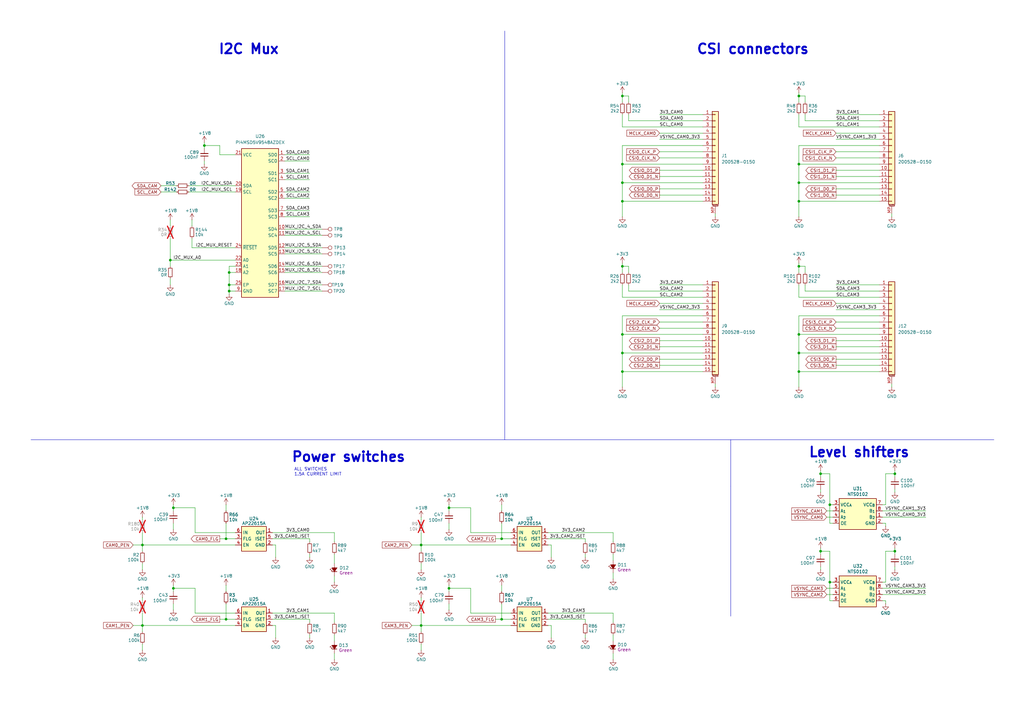
<source format=kicad_sch>
(kicad_sch (version 20231120) (generator "eeschema") (generator_version "8.0")
  (paper "A3")
  (title_block (title "Jetson Carrier Board") (date "2024-07-05") (rev "v1") (company "Argus-1 Cubesat") (comment 1 "www.antmicro.com") (comment 2 "N. Khera"))
  (junction (at 93.98 119.38))
  (junction (at 336.55 226.06))
  (junction (at 327.66 39.37))
  (junction (at 69.85 106.68))
  (junction (at 92.71 254))
  (junction (at 327.66 74.93))
  (junction (at 327.66 152.4))
  (junction (at 327.66 109.22))
  (junction (at 255.27 137.16))
  (junction (at 172.72 223.52))
  (junction (at 205.74 254))
  (junction (at 184.15 208.28))
  (junction (at 255.27 109.22))
  (junction (at 255.27 144.78))
  (junction (at 58.42 223.52))
  (junction (at 336.55 194.31))
  (junction (at 367.03 226.06))
  (junction (at 71.12 241.3))
  (junction (at 367.03 194.31))
  (junction (at 327.66 137.16))
  (junction (at 255.27 67.31))
  (junction (at 255.27 39.37))
  (junction (at 340.36 207.01))
  (junction (at 184.15 241.3))
  (junction (at 58.42 256.54))
  (junction (at 327.66 67.31))
  (junction (at 172.72 256.54))
  (junction (at 71.12 208.28))
  (junction (at 92.71 220.98))
  (junction (at 327.66 82.55))
  (junction (at 255.27 152.4))
  (junction (at 327.66 144.78))
  (junction (at 93.98 111.76))
  (junction (at 83.82 59.69))
  (junction (at 255.27 74.93))
  (junction (at 255.27 82.55))
  (junction (at 205.74 220.98))
  (junction (at 93.98 116.84))
  (junction (at 340.36 238.76))
  (wire (pts (xy 363.22 246.38) (xy 361.95 246.38)))
  (wire (pts (xy 270.51 77.47) (xy 288.29 77.47)))
  (wire (pts (xy 363.22 226.06) (xy 367.03 226.06)))
  (wire (pts (xy 336.55 224.79) (xy 336.55 226.06)))
  (wire (pts (xy 172.72 218.44) (xy 172.72 223.52)))
  (wire (pts (xy 69.85 114.3) (xy 69.85 116.84)))
  (wire (pts (xy 363.22 194.31) (xy 367.03 194.31)))
  (wire (pts (xy 251.46 267.97) (xy 251.46 270.51)))
  (wire (pts (xy 93.98 116.84) (xy 93.98 119.38)))
  (wire (pts (xy 342.9 149.86) (xy 360.68 149.86)))
  (wire (pts (xy 270.51 64.77) (xy 288.29 64.77)))
  (wire (pts (xy 54.61 256.54) (xy 58.42 256.54)))
  (wire (pts (xy 71.12 247.65) (xy 71.12 250.19)))
  (wire (pts (xy 240.03 220.98) (xy 240.03 222.25)))
  (wire (pts (xy 172.72 251.46) (xy 172.72 256.54)))
  (wire (pts (xy 327.66 67.31) (xy 360.68 67.31)))
  (wire (pts (xy 184.15 240.03) (xy 184.15 241.3)))
  (wire (pts (xy 255.27 116.84) (xy 255.27 121.92)))
  (wire (pts (xy 257.81 46.99) (xy 257.81 49.53)))
  (wire (pts (xy 367.03 232.41) (xy 367.03 233.68)))
  (wire (pts (xy 251.46 251.46) (xy 251.46 255.27)))
  (wire (pts (xy 111.76 220.98) (xy 127 220.98)))
  (wire (pts (xy 66.04 76.2) (xy 72.39 76.2)))
  (wire (pts (xy 226.06 223.52) (xy 226.06 228.6)))
  (wire (pts (xy 116.84 116.84) (xy 132.08 116.84)))
  (wire (pts (xy 92.71 220.98) (xy 92.71 214.63)))
  (wire (pts (xy 184.15 214.63) (xy 184.15 217.17)))
  (wire (pts (xy 172.72 212.09) (xy 172.72 213.36)))
  (wire (pts (xy 342.9 142.24) (xy 360.68 142.24)))
  (wire (pts (xy 342.9 127) (xy 360.68 127)))
  (wire (pts (xy 116.84 81.28) (xy 127 81.28)))
  (wire (pts (xy 92.71 240.03) (xy 92.71 242.57)))
  (wire (pts (xy 270.51 54.61) (xy 288.29 54.61)))
  (wire (pts (xy 93.98 119.38) (xy 96.52 119.38)))
  (wire (pts (xy 54.61 223.52) (xy 58.42 223.52)))
  (wire (pts (xy 205.74 254) (xy 205.74 247.65)))
  (wire (pts (xy 92.71 207.01) (xy 92.71 209.55)))
  (wire (pts (xy 342.9 139.7) (xy 360.68 139.7)))
  (polyline (pts (xy 299.72 252.73) (xy 299.72 199.39)))
  (wire (pts (xy 111.76 256.54) (xy 113.03 256.54)))
  (wire (pts (xy 365.76 157.48) (xy 365.76 158.75)))
  (wire (pts (xy 93.98 120.65) (xy 93.98 119.38)))
  (wire (pts (xy 205.74 220.98) (xy 209.55 220.98)))
  (wire (pts (xy 116.84 73.66) (xy 127 73.66)))
  (wire (pts (xy 71.12 240.03) (xy 71.12 241.3)))
  (wire (pts (xy 339.09 241.3) (xy 341.63 241.3)))
  (wire (pts (xy 93.98 111.76) (xy 96.52 111.76)))
  (wire (pts (xy 361.95 207.01) (xy 363.22 207.01)))
  (wire (pts (xy 193.04 218.44) (xy 209.55 218.44)))
  (wire (pts (xy 336.55 232.41) (xy 336.55 233.68)))
  (wire (pts (xy 270.51 69.85) (xy 288.29 69.85)))
  (wire (pts (xy 255.27 121.92) (xy 288.29 121.92)))
  (wire (pts (xy 193.04 251.46) (xy 193.04 241.3)))
  (wire (pts (xy 137.16 222.25) (xy 137.16 218.44)))
  (wire (pts (xy 340.36 214.63) (xy 341.63 214.63)))
  (wire (pts (xy 113.03 223.52) (xy 113.03 228.6)))
  (wire (pts (xy 83.82 58.42) (xy 83.82 59.69)))
  (wire (pts (xy 342.9 124.46) (xy 360.68 124.46)))
  (wire (pts (xy 93.98 116.84) (xy 96.52 116.84)))
  (wire (pts (xy 93.98 109.22) (xy 96.52 109.22)))
  (wire (pts (xy 327.66 129.54) (xy 360.68 129.54)))
  (wire (pts (xy 224.79 218.44) (xy 251.46 218.44)))
  (wire (pts (xy 270.51 80.01) (xy 288.29 80.01)))
  (wire (pts (xy 193.04 241.3) (xy 184.15 241.3)))
  (wire (pts (xy 90.17 63.5) (xy 90.17 59.69)))
  (wire (pts (xy 116.84 96.52) (xy 132.08 96.52)))
  (wire (pts (xy 341.63 207.01) (xy 340.36 207.01)))
  (wire (pts (xy 363.22 214.63) (xy 363.22 215.9)))
  (wire (pts (xy 360.68 82.55) (xy 327.66 82.55)))
  (wire (pts (xy 116.84 119.38) (xy 132.08 119.38)))
  (wire (pts (xy 255.27 82.55) (xy 255.27 88.9)))
  (wire (pts (xy 93.98 111.76) (xy 93.98 116.84)))
  (wire (pts (xy 205.74 207.01) (xy 205.74 209.55)))
  (polyline (pts (xy 299.72 199.39) (xy 299.72 180.34)))
  (wire (pts (xy 255.27 59.69) (xy 288.29 59.69)))
  (wire (pts (xy 327.66 107.95) (xy 327.66 109.22)))
  (wire (pts (xy 137.16 251.46) (xy 137.16 255.27)))
  (wire (pts (xy 367.03 194.31) (xy 367.03 195.58)))
  (wire (pts (xy 330.2 46.99) (xy 330.2 49.53)))
  (wire (pts (xy 113.03 256.54) (xy 113.03 261.62)))
  (wire (pts (xy 69.85 106.68) (xy 96.52 106.68)))
  (wire (pts (xy 255.27 109.22) (xy 255.27 111.76)))
  (wire (pts (xy 330.2 109.22) (xy 330.2 111.76)))
  (wire (pts (xy 255.27 152.4) (xy 255.27 158.75)))
  (wire (pts (xy 255.27 39.37) (xy 255.27 41.91)))
  (wire (pts (xy 327.66 74.93) (xy 327.66 82.55)))
  (wire (pts (xy 327.66 116.84) (xy 327.66 121.92)))
  (wire (pts (xy 116.84 93.98) (xy 132.08 93.98)))
  (wire (pts (xy 184.15 207.01) (xy 184.15 208.28)))
  (wire (pts (xy 58.42 256.54) (xy 58.42 259.08)))
  (wire (pts (xy 327.66 137.16) (xy 327.66 144.78)))
  (wire (pts (xy 58.42 256.54) (xy 96.52 256.54)))
  (wire (pts (xy 90.17 59.69) (xy 83.82 59.69)))
  (wire (pts (xy 327.66 39.37) (xy 327.66 41.91)))
  (wire (pts (xy 270.51 57.15) (xy 288.29 57.15)))
  (wire (pts (xy 240.03 260.35) (xy 240.03 261.62)))
  (wire (pts (xy 184.15 247.65) (xy 184.15 250.19)))
  (wire (pts (xy 255.27 137.16) (xy 255.27 144.78)))
  (wire (pts (xy 116.84 104.14) (xy 132.08 104.14)))
  (wire (pts (xy 270.51 149.86) (xy 288.29 149.86)))
  (wire (pts (xy 288.29 152.4) (xy 255.27 152.4)))
  (wire (pts (xy 137.16 267.97) (xy 137.16 270.51)))
  (wire (pts (xy 327.66 137.16) (xy 360.68 137.16)))
  (wire (pts (xy 93.98 111.76) (xy 93.98 109.22)))
  (wire (pts (xy 137.16 260.35) (xy 137.16 262.89)))
  (wire (pts (xy 251.46 234.95) (xy 251.46 237.49)))
  (wire (pts (xy 127 227.33) (xy 127 228.6)))
  (wire (pts (xy 342.9 72.39) (xy 360.68 72.39)))
  (wire (pts (xy 71.12 241.3) (xy 71.12 242.57)))
  (wire (pts (xy 339.09 212.09) (xy 341.63 212.09)))
  (wire (pts (xy 90.17 220.98) (xy 92.71 220.98)))
  (wire (pts (xy 327.66 67.31) (xy 327.66 74.93)))
  (wire (pts (xy 172.72 256.54) (xy 209.55 256.54)))
  (wire (pts (xy 339.09 209.55) (xy 341.63 209.55)))
  (wire (pts (xy 361.95 214.63) (xy 363.22 214.63)))
  (wire (pts (xy 255.27 144.78) (xy 255.27 152.4)))
  (wire (pts (xy 209.55 254) (xy 205.74 254)))
  (wire (pts (xy 270.51 134.62) (xy 288.29 134.62)))
  (wire (pts (xy 255.27 144.78) (xy 288.29 144.78)))
  (wire (pts (xy 58.42 223.52) (xy 58.42 226.06)))
  (wire (pts (xy 270.51 132.08) (xy 288.29 132.08)))
  (wire (pts (xy 327.66 46.99) (xy 327.66 52.07)))
  (wire (pts (xy 58.42 264.16) (xy 58.42 266.7)))
  (wire (pts (xy 111.76 251.46) (xy 137.16 251.46)))
  (wire (pts (xy 342.9 80.01) (xy 360.68 80.01)))
  (wire (pts (xy 71.12 208.28) (xy 71.12 209.55)))
  (wire (pts (xy 255.27 137.16) (xy 288.29 137.16)))
  (wire (pts (xy 224.79 251.46) (xy 251.46 251.46)))
  (wire (pts (xy 80.01 208.28) (xy 71.12 208.28)))
  (wire (pts (xy 193.04 208.28) (xy 184.15 208.28)))
  (wire (pts (xy 127 254) (xy 127 255.27)))
  (wire (pts (xy 77.47 78.74) (xy 96.52 78.74)))
  (wire (pts (xy 111.76 218.44) (xy 137.16 218.44)))
  (wire (pts (xy 327.66 144.78) (xy 327.66 152.4)))
  (wire (pts (xy 255.27 74.93) (xy 288.29 74.93)))
  (wire (pts (xy 361.95 238.76) (xy 363.22 238.76)))
  (wire (pts (xy 255.27 59.69) (xy 255.27 67.31)))
  (wire (pts (xy 111.76 223.52) (xy 113.03 223.52)))
  (wire (pts (xy 336.55 226.06) (xy 336.55 227.33)))
  (wire (pts (xy 90.17 254) (xy 92.71 254)))
  (wire (pts (xy 172.72 245.11) (xy 172.72 246.38)))
  (wire (pts (xy 127 260.35) (xy 127 261.62)))
  (wire (pts (xy 342.9 147.32) (xy 360.68 147.32)))
  (wire (pts (xy 363.22 207.01) (xy 363.22 194.31)))
  (wire (pts (xy 83.82 66.04) (xy 83.82 67.31)))
  (wire (pts (xy 336.55 200.66) (xy 336.55 201.93)))
  (wire (pts (xy 342.9 46.99) (xy 360.68 46.99)))
  (wire (pts (xy 240.03 254) (xy 240.03 255.27)))
  (wire (pts (xy 257.81 49.53) (xy 288.29 49.53)))
  (wire (pts (xy 58.42 218.44) (xy 58.42 223.52)))
  (wire (pts (xy 116.84 101.6) (xy 132.08 101.6)))
  (wire (pts (xy 342.9 134.62) (xy 360.68 134.62)))
  (wire (pts (xy 116.84 109.22) (xy 132.08 109.22)))
  (wire (pts (xy 327.66 144.78) (xy 360.68 144.78)))
  (wire (pts (xy 69.85 109.22) (xy 69.85 106.68)))
  (wire (pts (xy 330.2 119.38) (xy 360.68 119.38)))
  (wire (pts (xy 361.95 212.09) (xy 379.73 212.09)))
  (wire (pts (xy 255.27 74.93) (xy 255.27 82.55)))
  (wire (pts (xy 172.72 223.52) (xy 172.72 226.06)))
  (wire (pts (xy 184.15 241.3) (xy 184.15 242.57)))
  (wire (pts (xy 58.42 251.46) (xy 58.42 256.54)))
  (wire (pts (xy 288.29 82.55) (xy 255.27 82.55)))
  (wire (pts (xy 257.81 119.38) (xy 288.29 119.38)))
  (wire (pts (xy 80.01 241.3) (xy 71.12 241.3)))
  (wire (pts (xy 330.2 116.84) (xy 330.2 119.38)))
  (wire (pts (xy 96.52 63.5) (xy 90.17 63.5)))
  (wire (pts (xy 340.36 226.06) (xy 336.55 226.06)))
  (wire (pts (xy 327.66 121.92) (xy 360.68 121.92)))
  (wire (pts (xy 327.66 39.37) (xy 330.2 39.37)))
  (wire (pts (xy 69.85 90.17) (xy 69.85 92.71)))
  (wire (pts (xy 340.36 246.38) (xy 340.36 238.76)))
  (wire (pts (xy 78.74 101.6) (xy 96.52 101.6)))
  (wire (pts (xy 367.03 224.79) (xy 367.03 226.06)))
  (polyline (pts (xy 207.01 12.7) (xy 207.01 180.34)))
  (wire (pts (xy 341.63 246.38) (xy 340.36 246.38)))
  (wire (pts (xy 365.76 87.63) (xy 365.76 88.9)))
  (wire (pts (xy 342.9 77.47) (xy 360.68 77.47)))
  (wire (pts (xy 255.27 52.07) (xy 288.29 52.07)))
  (wire (pts (xy 224.79 254) (xy 240.03 254)))
  (wire (pts (xy 255.27 107.95) (xy 255.27 109.22)))
  (wire (pts (xy 270.51 147.32) (xy 288.29 147.32)))
  (wire (pts (xy 361.95 241.3) (xy 379.73 241.3)))
  (wire (pts (xy 257.81 116.84) (xy 257.81 119.38)))
  (wire (pts (xy 224.79 223.52) (xy 226.06 223.52)))
  (wire (pts (xy 77.47 76.2) (xy 96.52 76.2)))
  (wire (pts (xy 336.55 194.31) (xy 336.55 195.58)))
  (wire (pts (xy 363.22 238.76) (xy 363.22 226.06)))
  (wire (pts (xy 66.04 78.74) (xy 72.39 78.74)))
  (wire (pts (xy 116.84 86.36) (xy 127 86.36)))
  (wire (pts (xy 255.27 38.1) (xy 255.27 39.37)))
  (wire (pts (xy 327.66 109.22) (xy 330.2 109.22)))
  (polyline (pts (xy 207.01 180.34) (xy 299.72 180.34)))
  (wire (pts (xy 240.03 227.33) (xy 240.03 228.6)))
  (wire (pts (xy 327.66 82.55) (xy 327.66 88.9)))
  (wire (pts (xy 83.82 59.69) (xy 83.82 60.96)))
  (wire (pts (xy 340.36 194.31) (xy 336.55 194.31)))
  (wire (pts (xy 127 220.98) (xy 127 222.25)))
  (wire (pts (xy 342.9 116.84) (xy 360.68 116.84)))
  (wire (pts (xy 137.16 227.33) (xy 137.16 231.14)))
  (wire (pts (xy 111.76 254) (xy 127 254)))
  (wire (pts (xy 172.72 223.52) (xy 209.55 223.52)))
  (wire (pts (xy 339.09 243.84) (xy 341.63 243.84)))
  (wire (pts (xy 367.03 226.06) (xy 367.03 227.33)))
  (wire (pts (xy 340.36 238.76) (xy 341.63 238.76)))
  (wire (pts (xy 293.37 87.63) (xy 293.37 88.9)))
  (wire (pts (xy 342.9 62.23) (xy 360.68 62.23)))
  (wire (pts (xy 361.95 209.55) (xy 379.73 209.55)))
  (wire (pts (xy 251.46 260.35) (xy 251.46 262.89)))
  (wire (pts (xy 80.01 218.44) (xy 96.52 218.44)))
  (wire (pts (xy 255.27 46.99) (xy 255.27 52.07)))
  (wire (pts (xy 172.72 231.14) (xy 172.72 233.68)))
  (wire (pts (xy 116.84 71.12) (xy 127 71.12)))
  (wire (pts (xy 58.42 231.14) (xy 58.42 233.68)))
  (wire (pts (xy 69.85 97.79) (xy 69.85 106.68)))
  (wire (pts (xy 92.71 220.98) (xy 96.52 220.98)))
  (wire (pts (xy 251.46 218.44) (xy 251.46 222.25)))
  (wire (pts (xy 71.12 207.01) (xy 71.12 208.28)))
  (wire (pts (xy 327.66 59.69) (xy 360.68 59.69)))
  (wire (pts (xy 224.79 220.98) (xy 240.03 220.98)))
  (wire (pts (xy 80.01 251.46) (xy 80.01 241.3)))
  (wire (pts (xy 367.03 200.66) (xy 367.03 201.93)))
  (wire (pts (xy 116.84 111.76) (xy 132.08 111.76)))
  (wire (pts (xy 340.36 207.01) (xy 340.36 194.31)))
  (wire (pts (xy 270.51 124.46) (xy 288.29 124.46)))
  (wire (pts (xy 270.51 116.84) (xy 288.29 116.84)))
  (wire (pts (xy 116.84 66.04) (xy 127 66.04)))
  (wire (pts (xy 168.91 223.52) (xy 172.72 223.52)))
  (wire (pts (xy 251.46 227.33) (xy 251.46 229.87)))
  (wire (pts (xy 58.42 223.52) (xy 96.52 223.52)))
  (wire (pts (xy 340.36 238.76) (xy 340.36 226.06)))
  (wire (pts (xy 336.55 193.04) (xy 336.55 194.31)))
  (wire (pts (xy 327.66 152.4) (xy 327.66 158.75)))
  (wire (pts (xy 255.27 129.54) (xy 255.27 137.16)))
  (wire (pts (xy 270.51 127) (xy 288.29 127)))
  (wire (pts (xy 327.66 59.69) (xy 327.66 67.31)))
  (wire (pts (xy 137.16 236.22) (xy 137.16 238.76)))
  (wire (pts (xy 327.66 74.93) (xy 360.68 74.93)))
  (wire (pts (xy 255.27 109.22) (xy 257.81 109.22)))
  (wire (pts (xy 327.66 52.07) (xy 360.68 52.07)))
  (wire (pts (xy 96.52 254) (xy 92.71 254)))
  (wire (pts (xy 363.22 247.65) (xy 363.22 246.38)))
  (wire (pts (xy 116.84 88.9) (xy 127 88.9)))
  (wire (pts (xy 367.03 193.04) (xy 367.03 194.31)))
  (wire (pts (xy 327.66 38.1) (xy 327.66 39.37)))
  (wire (pts (xy 270.51 46.99) (xy 288.29 46.99)))
  (wire (pts (xy 327.66 109.22) (xy 327.66 111.76)))
  (wire (pts (xy 80.01 251.46) (xy 96.52 251.46)))
  (wire (pts (xy 92.71 254) (xy 92.71 247.65)))
  (wire (pts (xy 205.74 240.03) (xy 205.74 242.57)))
  (wire (pts (xy 360.68 152.4) (xy 327.66 152.4)))
  (wire (pts (xy 224.79 256.54) (xy 226.06 256.54)))
  (wire (pts (xy 172.72 256.54) (xy 172.72 259.08)))
  (wire (pts (xy 205.74 220.98) (xy 205.74 214.63)))
  (wire (pts (xy 255.27 67.31) (xy 255.27 74.93)))
  (wire (pts (xy 330.2 39.37) (xy 330.2 41.91)))
  (wire (pts (xy 203.2 220.98) (xy 205.74 220.98)))
  (wire (pts (xy 293.37 157.48) (xy 293.37 158.75)))
  (wire (pts (xy 168.91 256.54) (xy 172.72 256.54)))
  (wire (pts (xy 257.81 109.22) (xy 257.81 111.76)))
  (wire (pts (xy 116.84 63.5) (xy 127 63.5)))
  (wire (pts (xy 342.9 69.85) (xy 360.68 69.85)))
  (wire (pts (xy 71.12 214.63) (xy 71.12 217.17)))
  (wire (pts (xy 116.84 78.74) (xy 127 78.74)))
  (wire (pts (xy 78.74 90.17) (xy 78.74 92.71)))
  (polyline (pts (xy 12.7 180.34) (xy 207.01 180.34)))
  (wire (pts (xy 80.01 208.28) (xy 80.01 218.44)))
  (wire (pts (xy 342.9 57.15) (xy 360.68 57.15)))
  (wire (pts (xy 226.06 256.54) (xy 226.06 261.62)))
  (wire (pts (xy 172.72 264.16) (xy 172.72 266.7)))
  (wire (pts (xy 78.74 97.79) (xy 78.74 101.6)))
  (wire (pts (xy 330.2 49.53) (xy 360.68 49.53)))
  (wire (pts (xy 270.51 142.24) (xy 288.29 142.24)))
  (wire (pts (xy 255.27 39.37) (xy 257.81 39.37)))
  (wire (pts (xy 58.42 245.11) (xy 58.42 246.38)))
  (wire (pts (xy 255.27 129.54) (xy 288.29 129.54)))
  (wire (pts (xy 361.95 243.84) (xy 379.73 243.84)))
  (wire (pts (xy 342.9 132.08) (xy 360.68 132.08)))
  (wire (pts (xy 193.04 208.28) (xy 193.04 218.44)))
  (wire (pts (xy 342.9 64.77) (xy 360.68 64.77)))
  (wire (pts (xy 270.51 62.23) (xy 288.29 62.23)))
  (wire (pts (xy 255.27 67.31) (xy 288.29 67.31)))
  (wire (pts (xy 270.51 72.39) (xy 288.29 72.39)))
  (wire (pts (xy 270.51 139.7) (xy 288.29 139.7)))
  (polyline (pts (xy 299.72 180.34) (xy 407.67 180.34)))
  (wire (pts (xy 340.36 207.01) (xy 340.36 214.63)))
  (wire (pts (xy 58.42 212.09) (xy 58.42 213.36)))
  (wire (pts (xy 257.81 39.37) (xy 257.81 41.91)))
  (wire (pts (xy 193.04 251.46) (xy 209.55 251.46)))
  (wire (pts (xy 342.9 54.61) (xy 360.68 54.61)))
  (wire (pts (xy 203.2 254) (xy 205.74 254)))
  (wire (pts (xy 184.15 208.28) (xy 184.15 209.55)))
  (wire (pts (xy 327.66 129.54) (xy 327.66 137.16)))
  (text "Power switches" (at 119.38 189.865 0) (effects (font (size 4 4) (thickness 0.8) (bold yes)) (justify left bottom)))
  (text "CSI connectors" (at 285.496 22.606 0) (effects (font (size 4 4) (thickness 0.8) (bold yes)) (justify left bottom)))
  (text "I2C Mux" (at 89.408 22.606 0) (effects (font (size 4 4) (thickness 0.8) (bold yes)) (justify left bottom)))
  (text "ALL SWITCHES\n1.5A CURRENT LIMIT" (at 120.65 195.326 0) (effects (font (size 1.27 1.27)) (justify left bottom)))
  (text "Level shifters" (at 331.47 187.96 0) (effects (font (size 4 4) (thickness 0.8) (bold yes)) (justify left bottom)))
  (label "SDA_CAM0" (at 127 63.5 180))
  (label "SDA_CAM2" (at 270.51 119.38 0))
  (label "3V3_CAM2_ISET" (at 240.03 220.98 180))
  (label "MUX_I2C_5_SCL" (at 116.84 104.14 0))
  (label "VSYNC_CAM0_3V3" (at 379.73 212.09 180))
  (label "SDA_CAM0" (at 270.51 49.53 0))
  (label "MUX_I2C_7_SCL" (at 116.84 119.38 0))
  (label "SCL_CAM1" (at 127 73.66 180))
  (label "SDA_CAM3" (at 127 86.36 180))
  (label "MUX_I2C_6_SDA" (at 116.84 109.22 0))
  (label "SDA_CAM1" (at 127 71.12 180))
  (label "MUX_I2C_4_SDA" (at 116.84 93.98 0))
  (label "3V3_CAM3_ISET" (at 240.03 254 180))
  (label "3V3_CAM1_ISET" (at 127 254 180))
  (label "SCL_CAM0" (at 270.51 52.07 0))
  (label "3V3_CAM3" (at 342.9 116.84 0))
  (label "I2C_MUX_A0" (at 82.55 106.68 180))
  (label "SDA_CAM3" (at 342.9 119.38 0))
  (label "SDA_CAM2" (at 127 78.74 180))
  (label "SCL_CAM0" (at 127 66.04 180))
  (label "3V3_CAM0" (at 270.51 46.99 0))
  (label "I2C_MUX_RESET" (at 95.25 101.6 180))
  (label "I2C_MUX_SCL" (at 95.25 78.74 180))
  (label "MUX_I2C_7_SDA" (at 116.84 116.84 0))
  (label "MUX_I2C_6_SCL" (at 116.84 111.76 0))
  (label "3V3_CAM0_ISET" (at 127 220.98 180))
  (label "SCL_CAM1" (at 342.9 52.07 0))
  (label "MUX_I2C_5_SDA" (at 116.84 101.6 0))
  (label "SCL_CAM2" (at 270.51 121.92 0))
  (label "VSYNC_CAM1_3V3" (at 379.73 209.55 180))
  (label "VSYNC_CAM3_3V3" (at 379.73 241.3 180))
  (label "3V3_CAM1" (at 127 251.46 180))
  (label "3V3_CAM2" (at 270.51 116.84 0))
  (label "SCL_CAM3" (at 342.9 121.92 0))
  (label "MUX_I2C_4_SCL" (at 116.84 96.52 0))
  (label "VSYNC_CAM2_3V3" (at 270.51 127 0))
  (label "VSYNC_CAM1_3V3" (at 342.9 57.15 0))
  (label "VSYNC_CAM0_3V3" (at 270.51 57.15 0))
  (label "VSYNC_CAM3_3V3" (at 342.9 127 0))
  (label "I2C_MUX_SDA" (at 95.25 76.2 180))
  (label "3V3_CAM0" (at 127 218.44 180))
  (label "VSYNC_CAM2_3V3" (at 379.73 243.84 180))
  (label "SDA_CAM1" (at 342.9 49.53 0))
  (label "3V3_CAM3" (at 240.03 251.46 180))
  (label "SCL_CAM2" (at 127 81.28 180))
  (label "3V3_CAM1" (at 342.9 46.99 0))
  (label "3V3_CAM2" (at 240.03 218.44 180))
  (label "SCL_CAM3" (at 127 88.9 180))
  (global_label "CSI3_CLK_N" (shape input) (at 342.9 134.62 180) (property "Intersheetrefs" "${INTERSHEET_REFS}" (at 329.3593 134.6994 0) (effects (justify right))))
  (global_label "VSYNC_CAM0" (shape input) (at 339.09 212.09 180) (property "Intersheetrefs" "${INTERSHEET_REFS}" (at 324.7026 212.1694 0) (effects (justify right))))
  (global_label "SCL_CAM" (shape input) (at 66.04 78.74 180) (property "Intersheetrefs" "${INTERSHEET_REFS}" (at 53.34 78.74 0) (effects (justify right))))
  (global_label "VSYNC_CAM2" (shape input) (at 339.09 243.84 180) (property "Intersheetrefs" "${INTERSHEET_REFS}" (at 324.7026 243.9194 0) (effects (justify right))))
  (global_label "CSI0_D0_N" (shape output) (at 270.51 80.01 180) (property "Intersheetrefs" "${INTERSHEET_REFS}" (at 258.0579 80.0894 0) (effects (justify right))))
  (global_label "MCLK_CAM2" (shape input) (at 270.51 124.46 180) (property "Intersheetrefs" "${INTERSHEET_REFS}" (at 255.27 124.46 0) (effects (justify right))))
  (global_label "CSI3_D1_P" (shape output) (at 342.9 139.7 180) (property "Intersheetrefs" "${INTERSHEET_REFS}" (at 330.5083 139.7794 0) (effects (justify right))))
  (global_label "CSI0_CLK_N" (shape input) (at 270.51 64.77 180) (property "Intersheetrefs" "${INTERSHEET_REFS}" (at 256.9693 64.8494 0) (effects (justify right))))
  (global_label "VSYNC_CAM3" (shape input) (at 339.09 241.3 180) (property "Intersheetrefs" "${INTERSHEET_REFS}" (at 324.7026 241.3794 0) (effects (justify right))))
  (global_label "CSI2_CLK_N" (shape input) (at 270.51 134.62 180) (property "Intersheetrefs" "${INTERSHEET_REFS}" (at 256.9693 134.6994 0) (effects (justify right))))
  (global_label "SDA_CAM" (shape bidirectional) (at 66.04 76.2 180) (property "Intersheetrefs" "${INTERSHEET_REFS}" (at 53.34 76.2 0) (effects (justify right))))
  (global_label "CSI0_D0_P" (shape output) (at 270.51 77.47 180) (property "Intersheetrefs" "${INTERSHEET_REFS}" (at 258.1183 77.5494 0) (effects (justify right))))
  (global_label "CAM3_PEN" (shape input) (at 168.91 256.54 180) (property "Intersheetrefs" "${INTERSHEET_REFS}" (at 156.1882 256.54 0) (effects (justify right))))
  (global_label "CSI2_D1_N" (shape output) (at 270.51 142.24 180) (property "Intersheetrefs" "${INTERSHEET_REFS}" (at 258.0579 142.3194 0) (effects (justify right))))
  (global_label "CSI2_CLK_P" (shape input) (at 270.51 132.08 180) (property "Intersheetrefs" "${INTERSHEET_REFS}" (at 257.0298 132.1594 0) (effects (justify right))))
  (global_label "CSI0_D1_N" (shape output) (at 270.51 72.39 180) (property "Intersheetrefs" "${INTERSHEET_REFS}" (at 258.0579 72.4694 0) (effects (justify right))))
  (global_label "CSI2_D0_P" (shape output) (at 270.51 147.32 180) (property "Intersheetrefs" "${INTERSHEET_REFS}" (at 258.1183 147.3994 0) (effects (justify right))))
  (global_label "MCLK_CAM1" (shape input) (at 342.9 54.61 180) (property "Intersheetrefs" "${INTERSHEET_REFS}" (at 327.66 54.61 0) (effects (justify right))))
  (global_label "CAM1_FLG" (shape output) (at 90.17 254 180) (property "Intersheetrefs" "${INTERSHEET_REFS}" (at 77.811 254 0) (effects (justify right))))
  (global_label "CSI3_D1_N" (shape output) (at 342.9 142.24 180) (property "Intersheetrefs" "${INTERSHEET_REFS}" (at 330.4479 142.3194 0) (effects (justify right))))
  (global_label "CSI3_D0_N" (shape output) (at 342.9 149.86 180) (property "Intersheetrefs" "${INTERSHEET_REFS}" (at 330.4479 149.9394 0) (effects (justify right))))
  (global_label "CAM0_PEN" (shape input) (at 54.61 223.52 180) (property "Intersheetrefs" "${INTERSHEET_REFS}" (at 41.8882 223.52 0) (effects (justify right))))
  (global_label "CSI1_CLK_N" (shape input) (at 342.9 64.77 180) (property "Intersheetrefs" "${INTERSHEET_REFS}" (at 329.3593 64.8494 0) (effects (justify right))))
  (global_label "CSI1_D0_P" (shape output) (at 342.9 77.47 180) (property "Intersheetrefs" "${INTERSHEET_REFS}" (at 330.5083 77.3906 0) (effects (justify right))))
  (global_label "CAM3_FLG" (shape output) (at 203.2 254 180) (property "Intersheetrefs" "${INTERSHEET_REFS}" (at 190.841 254 0) (effects (justify right))))
  (global_label "CAM1_PEN" (shape input) (at 54.61 256.54 180) (property "Intersheetrefs" "${INTERSHEET_REFS}" (at 41.8882 256.54 0) (effects (justify right))))
  (global_label "VSYNC_CAM1" (shape input) (at 339.09 209.55 180) (property "Intersheetrefs" "${INTERSHEET_REFS}" (at 324.7026 209.6294 0) (effects (justify right))))
  (global_label "CSI3_CLK_P" (shape input) (at 342.9 132.08 180) (property "Intersheetrefs" "${INTERSHEET_REFS}" (at 329.4198 132.1594 0) (effects (justify right))))
  (global_label "CSI1_D1_N" (shape output) (at 342.9 72.39 180) (property "Intersheetrefs" "${INTERSHEET_REFS}" (at 330.4479 72.3106 0) (effects (justify right))))
  (global_label "CSI2_D1_P" (shape output) (at 270.51 139.7 180) (property "Intersheetrefs" "${INTERSHEET_REFS}" (at 258.1183 139.7794 0) (effects (justify right))))
  (global_label "CAM0_FLG" (shape output) (at 90.17 220.98 180) (property "Intersheetrefs" "${INTERSHEET_REFS}" (at 77.811 220.98 0) (effects (justify right))))
  (global_label "CSI0_CLK_P" (shape input) (at 270.51 62.23 180) (property "Intersheetrefs" "${INTERSHEET_REFS}" (at 257.0298 62.3094 0) (effects (justify right))))
  (global_label "CSI1_D1_P" (shape output) (at 342.9 69.85 180) (property "Intersheetrefs" "${INTERSHEET_REFS}" (at 330.5083 69.7706 0) (effects (justify right))))
  (global_label "CSI0_D1_P" (shape output) (at 270.51 69.85 180) (property "Intersheetrefs" "${INTERSHEET_REFS}" (at 258.1183 69.9294 0) (effects (justify right))))
  (global_label "CAM2_FLG" (shape output) (at 203.2 220.98 180) (property "Intersheetrefs" "${INTERSHEET_REFS}" (at 190.841 220.98 0) (effects (justify right))))
  (global_label "CSI1_D0_N" (shape output) (at 342.9 80.01 180) (property "Intersheetrefs" "${INTERSHEET_REFS}" (at 330.4479 79.9306 0) (effects (justify right))))
  (global_label "CAM2_PEN" (shape input) (at 168.91 223.52 180) (property "Intersheetrefs" "${INTERSHEET_REFS}" (at 156.1882 223.52 0) (effects (justify right))))
  (global_label "CSI1_CLK_P" (shape input) (at 342.9 62.23 180) (property "Intersheetrefs" "${INTERSHEET_REFS}" (at 329.4198 62.3094 0) (effects (justify right))))
  (global_label "MCLK_CAM0" (shape input) (at 270.51 54.61 180) (property "Intersheetrefs" "${INTERSHEET_REFS}" (at 255.27 54.61 0) (effects (justify right))))
  (global_label "CSI2_D0_N" (shape output) (at 270.51 149.86 180) (property "Intersheetrefs" "${INTERSHEET_REFS}" (at 258.0579 149.9394 0) (effects (justify right))))
  (global_label "CSI3_D0_P" (shape output) (at 342.9 147.32 180) (property "Intersheetrefs" "${INTERSHEET_REFS}" (at 330.5083 147.3994 0) (effects (justify right))))
  (global_label "MCLK_CAM3" (shape input) (at 342.9 124.46 180) (property "Intersheetrefs" "${INTERSHEET_REFS}" (at 327.66 124.46 0) (effects (justify right))))
  (symbol (lib_id "power:GND") (at 58.42 233.68 0) (unit 1)
    (property "Reference" "#PWR0107" (effects (hide yes)))
    (property "Value" "GND" (at 56.388 237.49 0) (effects (justify left)))
    (property "Description" "Power symbol creates a global label with name \"GND\" , ground" (effects (hide yes)))
    (property "Author" "Antmicro" (effects (hide yes)))
    (property "License" "Apache-2.0" (effects (hide yes)))
  )
  (symbol (lib_id "power:GND") (at 251.46 237.49 0) (mirror y) (unit 1)
    (property "Reference" "#PWR0169" (effects (hide yes)))
    (property "Value" "GND" (at 251.46 241.3 0))
    (property "Description" "Power symbol creates a global label with name \"GND\" , ground" (effects (hide yes)))
    (property "Author" "Antmicro" (effects (hide yes)))
    (property "License" "Apache-2.0" (effects (hide yes)))
  )
  (symbol (lib_id "power:GND") (at 365.76 158.75 0) (unit 1)
    (property "Reference" "#PWR0106" (effects (hide yes)))
    (property "Value" "GND" (at 365.76 162.56 0))
    (property "Description" "Power symbol creates a global label with name \"GND\" , ground" (effects (hide yes)))
  )
  (symbol (lib_id "power:GND") (at 367.03 233.68 0) (unit 1)
    (property "Reference" "#PWR0212" (effects (hide yes)))
    (property "Value" "GND" (at 364.998 237.49 0) (effects (justify left)))
    (property "Description" "Power symbol creates a global label with name \"GND\" , ground" (effects (hide yes)))
    (property "Author" "Antmicro" (effects (hide yes)))
    (property "License" "Apache-2.0" (effects (hide yes)))
  )
  (symbol (lib_id "power:GND") (at 336.55 233.68 0) (unit 1)
    (property "Reference" "#PWR0203" (effects (hide yes)))
    (property "Value" "GND" (at 334.518 237.49 0) (effects (justify left)))
    (property "Description" "Power symbol creates a global label with name \"GND\" , ground" (effects (hide yes)))
    (property "Author" "Antmicro" (effects (hide yes)))
    (property "License" "Apache-2.0" (effects (hide yes)))
  )
  (symbol (lib_id "power:+1V8") (at 172.72 212.09 0) (unit 1)
    (property "Reference" "#PWR077" (effects (hide yes)))
    (property "Value" "+1V8" (at 172.72 208.28 0))
    (property "Description" "Power symbol creates a global label with name \"+1V8\"" (effects (hide yes)))
  )
  (symbol (lib_id "Device:R_Small") (at 205.74 212.09 0) (mirror y) (unit 1)
    (property "Reference" "R64" (at 210.82 211.074 0) (effects (justify left)))
    (property "Value" "10k" (at 210.566 213.868 0) (effects (justify left bottom)))
    (property "Footprint" "Resistor_SMD:R_0603_1608Metric" (effects (hide yes)))
    (property "Description" "Resistor, small symbol" (effects (hide yes)))
    (property "Manufacturer" "Bourns" (effects (hide yes)))
    (property "MPN" "CR0402-FX-1002GLF" (effects (hide yes)))
    (property "Val" "10k" (effects (hide yes)))
    (property "License" "Apache-2.0" (effects (hide yes)))
    (property "Author" "Antmicro" (effects (hide yes)))
    (property "Tolerance" "1%" (effects (hide yes)))
  )
  (symbol (lib_id "Device:R_Small") (at 172.72 248.92 0) (unit 1) (dnp yes)
    (property "Reference" "R50" (at 167.64 247.904 0) (effects (justify left)))
    (property "Value" "10k" (at 167.64 250.698 0) (effects (justify left bottom)))
    (property "Footprint" "Resistor_SMD:R_0603_1608Metric" (effects (hide yes)))
    (property "Description" "Resistor, small symbol" (effects (hide yes)))
    (property "Manufacturer" "Bourns" (effects (hide yes)))
    (property "MPN" "CR0402-FX-1002GLF" (effects (hide yes)))
    (property "Val" "10k" (effects (hide yes)))
    (property "DNP" "DNP" (at 172.72 250.952 90) (effects (justify left)))
    (property "License" "Apache-2.0" (effects (hide yes)))
    (property "Author" "Antmicro" (effects (hide yes)))
    (property "Tolerance" "1%" (effects (hide yes)))
  )
  (symbol (lib_id "JetsonCarrier:PI4MSD5V9548AZDEX") (at 96.52 63.5 0) (unit 1)
    (property "Reference" "U26" (at 106.68 55.88 0))
    (property "Value" "PI4MSD5V9548AZDEX" (at 106.68 58.42 0))
    (property "Footprint" "JetsonCarrier:VQFN-24-1EP_3.8x3.8x1.0mm_P0.5mm" (effects (hide yes)))
    (property "Datasheet" "https://www.mouser.pl/datasheet/2/115/DIOD_S_A0003139195_1-2542233.pdf" (effects (hide yes)))
    (property "Manufacturer" "Diodes Incorporated" (effects (hide yes)))
    (property "MPN" "PI4MSD5V9548AZDEX" (effects (hide yes)))
    (property "Author" "Antmicro" (effects (hide yes)))
    (property "License" "Apache-2.0" (effects (hide yes)))
  )
  (symbol (lib_id "Device:LED_Small_Filled") (at 251.46 232.41 90) (unit 1)
    (property "Reference" "D11" (at 253.238 231.648 90) (effects (justify right)))
    (property "Value" "LED_G_0603_LTST-C190GKT" (effects (hide yes)))
    (property "Footprint" "LED_SMD:LED_0603_1608Metric" (effects (hide yes)))
    (property "Description" "Light emitting diode, small symbol, filled shape" (effects (hide yes)))
    (property "MPN" "LTST-C190GKT" (effects (hide yes)))
    (property "Manufacturer" "Lite-On" (effects (hide yes)))
    (property "Author" "Antmicro" (effects (hide yes)))
    (property "License" "Apache-2.0" (effects (hide yes)))
    (property "Public" "False" (effects (hide yes)))
    (property "Color" "Green" (at 253.238 233.68 90) (effects (justify right)))
  )
  (symbol (lib_id "Device:R_Small") (at 127 257.81 0) (unit 1)
    (property "Reference" "R8" (at 130.81 256.794 0) (effects (justify right)))
    (property "Value" "4k7" (at 128.016 259.334 0) (effects (justify left bottom)))
    (property "Footprint" "Resistor_SMD:R_0603_1608Metric" (effects (hide yes)))
    (property "Description" "Resistor, small symbol" (effects (hide yes)))
    (property "Manufacturer" "Bourns" (effects (hide yes)))
    (property "MPN" "CR0402-FX-4701GLF" (effects (hide yes)))
    (property "Val" "4k7" (effects (hide yes)))
    (property "License" "Apache-2.0" (effects (hide yes)))
    (property "Author" "Antmicro" (effects (hide yes)))
    (property "Tolerance" "1%" (effects (hide yes)))
  )
  (symbol (lib_id "Connector:TestPoint") (at 132.08 109.22 270) (unit 1)
    (property "Reference" "TP17" (at 136.652 109.22 90) (effects (justify left)))
    (property "Value" "TP_0.75mm_SMD" (effects (hide yes)))
    (property "Footprint" "JetsonCarrier:TP_SMD_0.75mm" (effects (hide yes)))
    (property "Description" "test point" (effects (hide yes)))
    (property "Author" "Antmicro" (effects (hide yes)))
    (property "License" "Apache-2.0" (effects (hide yes)))
  )
  (symbol (lib_id "Device:R_Small") (at 251.46 257.81 180) (unit 1)
    (property "Reference" "R87" (at 256.54 256.032 0) (effects (justify left bottom)))
    (property "Value" "4k7" (at 256.286 258.318 0) (effects (justify left bottom)))
    (property "Footprint" "Resistor_SMD:R_0603_1608Metric" (effects (hide yes)))
    (property "Description" "Resistor, small symbol" (effects (hide yes)))
    (property "Manufacturer" "Bourns" (effects (hide yes)))
    (property "MPN" "CR0402-FX-4701GLF" (effects (hide yes)))
    (property "Val" "4k7" (effects (hide yes)))
    (property "License" "Apache-2.0" (effects (hide yes)))
    (property "Author" "Antmicro" (effects (hide yes)))
    (property "Tolerance" "1%" (effects (hide yes)))
  )
  (symbol (lib_id "Device:R_Small") (at 240.03 257.81 0) (unit 1)
    (property "Reference" "R86" (at 245.11 256.794 0) (effects (justify right)))
    (property "Value" "4k7" (at 241.3 259.588 0) (effects (justify left bottom)))
    (property "Footprint" "Resistor_SMD:R_0603_1608Metric" (effects (hide yes)))
    (property "Description" "Resistor, small symbol" (effects (hide yes)))
    (property "Manufacturer" "Bourns" (effects (hide yes)))
    (property "MPN" "CR0402-FX-4701GLF" (effects (hide yes)))
    (property "Val" "4k7" (effects (hide yes)))
    (property "License" "Apache-2.0" (effects (hide yes)))
    (property "Author" "Antmicro" (effects (hide yes)))
    (property "Tolerance" "1%" (effects (hide yes)))
  )
  (symbol (lib_id "Connector:TestPoint") (at 132.08 93.98 270) (unit 1)
    (property "Reference" "TP8" (at 136.906 93.98 90) (effects (justify left)))
    (property "Value" "TP_0.75mm_SMD" (effects (hide yes)))
    (property "Footprint" "JetsonCarrier:TP_SMD_0.75mm" (effects (hide yes)))
    (property "Description" "test point" (effects (hide yes)))
    (property "Author" "Antmicro" (effects (hide yes)))
    (property "License" "Apache-2.0" (effects (hide yes)))
  )
  (symbol (lib_id "power:GND") (at 172.72 233.68 0) (unit 1)
    (property "Reference" "#PWR0137" (effects (hide yes)))
    (property "Value" "GND" (at 170.688 237.49 0) (effects (justify left)))
    (property "Description" "Power symbol creates a global label with name \"GND\" , ground" (effects (hide yes)))
    (property "Author" "Antmicro" (effects (hide yes)))
    (property "License" "Apache-2.0" (effects (hide yes)))
  )
  (symbol (lib_id "Device:R_Small") (at 137.16 257.81 180) (unit 1)
    (property "Reference" "R90" (at 142.24 256.032 0) (effects (justify left bottom)))
    (property "Value" "4k7" (at 141.986 258.064 0) (effects (justify left bottom)))
    (property "Footprint" "Resistor_SMD:R_0603_1608Metric" (effects (hide yes)))
    (property "Description" "Resistor, small symbol" (effects (hide yes)))
    (property "Manufacturer" "Bourns" (effects (hide yes)))
    (property "MPN" "CR0402-FX-4701GLF" (effects (hide yes)))
    (property "Val" "4k7" (effects (hide yes)))
    (property "License" "Apache-2.0" (effects (hide yes)))
    (property "Author" "Antmicro" (effects (hide yes)))
    (property "Tolerance" "1%" (effects (hide yes)))
  )
  (symbol (lib_id "Device:C_Small") (at 83.82 63.5 180) (unit 1)
    (property "Reference" "C89" (at 77.724 62.484 0) (effects (justify right)))
    (property "Value" "100nF" (at 81.534 63.754 0) (effects (justify left bottom)))
    (property "Footprint" "Capacitor_SMD:C_0603_1608Metric" (effects (hide yes)))
    (property "Description" "Unpolarized capacitor, small symbol" (effects (hide yes)))
    (property "Manufacturer" "Murata" (effects (hide yes)))
    (property "MPN" "GRM155R61H104KE14D" (effects (hide yes)))
    (property "Val" "100n" (effects (hide yes)))
    (property "License" "Apache-2.0" (effects (hide yes)))
    (property "Author" "Antmicro" (effects (hide yes)))
    (property "Voltage" "50V" (effects (hide yes)))
    (property "Dielectric" "X5R" (effects (hide yes)))
  )
  (symbol (lib_id "Device:R_Small") (at 74.93 78.74 90) (mirror x) (unit 1)
    (property "Reference" "R142" (at 69.85 77.724 90))
    (property "Value" "0R" (at 77.724 78.486 90) (effects (justify right bottom)))
    (property "Footprint" "Resistor_SMD:R_0402_1005Metric" (effects (hide yes)))
    (property "Description" "Resistor, small symbol" (effects (hide yes)))
    (property "Manufacturer" "Panasonic" (effects (hide yes)))
    (property "MPN" "ERJ2GE0R00X" (effects (hide yes)))
    (property "Val" "0R" (effects (hide yes)))
    (property "License" "Apache-2.0" (effects (hide yes)))
    (property "Author" "Antmicro" (effects (hide yes)))
    (property "Current" "1A" (effects (hide yes)))
  )
  (symbol (lib_id "Connector:TestPoint") (at 132.08 119.38 270) (unit 1)
    (property "Reference" "TP20" (at 136.652 119.38 90) (effects (justify left)))
    (property "Value" "TP_0.75mm_SMD" (effects (hide yes)))
    (property "Footprint" "JetsonCarrier:TP_SMD_0.75mm" (effects (hide yes)))
    (property "Description" "test point" (effects (hide yes)))
    (property "Author" "Antmicro" (effects (hide yes)))
    (property "License" "Apache-2.0" (effects (hide yes)))
  )
  (symbol (lib_id "Device:LED_Small_Filled") (at 137.16 233.68 90) (unit 1)
    (property "Reference" "D12" (at 139.192 232.918 90) (effects (justify right)))
    (property "Value" "LED_G_0603_LTST-C190GKT" (effects (hide yes)))
    (property "Footprint" "LED_SMD:LED_0603_1608Metric" (effects (hide yes)))
    (property "Description" "Light emitting diode, small symbol, filled shape" (effects (hide yes)))
    (property "MPN" "LTST-C190GKT" (effects (hide yes)))
    (property "Manufacturer" "Lite-On" (effects (hide yes)))
    (property "Author" "Antmicro" (effects (hide yes)))
    (property "License" "Apache-2.0" (effects (hide yes)))
    (property "Public" "False" (effects (hide yes)))
    (property "Color" "Green" (at 139.192 234.95 90) (effects (justify right)))
  )
  (symbol (lib_id "Device:R_Small") (at 58.42 215.9 0) (unit 1) (dnp yes)
    (property "Reference" "R180" (at 52.324 214.884 0) (effects (justify left)))
    (property "Value" "10k" (at 53.594 217.678 0) (effects (justify left bottom)))
    (property "Footprint" "Resistor_SMD:R_0603_1608Metric" (effects (hide yes)))
    (property "Description" "Resistor, small symbol" (effects (hide yes)))
    (property "Manufacturer" "Bourns" (effects (hide yes)))
    (property "MPN" "CR0402-FX-1002GLF" (effects (hide yes)))
    (property "Val" "10k" (effects (hide yes)))
    (property "DNP" "DNP" (at 58.42 217.932 90) (effects (justify left)))
    (property "License" "Apache-2.0" (effects (hide yes)))
    (property "Author" "Antmicro" (effects (hide yes)))
    (property "Tolerance" "1%" (effects (hide yes)))
  )
  (symbol (lib_id "power:+1V8") (at 69.85 90.17 0) (unit 1)
    (property "Reference" "#PWR0154" (effects (hide yes)))
    (property "Value" "+1V8" (at 67.31 86.36 0) (effects (justify left)))
    (property "Description" "Power symbol creates a global label with name \"+1V8\"" (effects (hide yes)))
  )
  (symbol (lib_id "power:GND") (at 293.37 88.9 0) (unit 1)
    (property "Reference" "#PWR013" (effects (hide yes)))
    (property "Value" "GND" (at 293.37 92.71 0))
    (property "Description" "Power symbol creates a global label with name \"GND\" , ground" (effects (hide yes)))
  )
  (symbol (lib_id "power:GND") (at 58.42 266.7 0) (unit 1)
    (property "Reference" "#PWR0165" (effects (hide yes)))
    (property "Value" "GND" (at 56.388 270.51 0) (effects (justify left)))
    (property "Description" "Power symbol creates a global label with name \"GND\" , ground" (effects (hide yes)))
    (property "Author" "Antmicro" (effects (hide yes)))
    (property "License" "Apache-2.0" (effects (hide yes)))
  )
  (symbol (lib_id "power:GND") (at 367.03 201.93 0) (unit 1)
    (property "Reference" "#PWR0210" (effects (hide yes)))
    (property "Value" "GND" (at 364.998 205.74 0) (effects (justify left)))
    (property "Description" "Power symbol creates a global label with name \"GND\" , ground" (effects (hide yes)))
    (property "Author" "Antmicro" (effects (hide yes)))
    (property "License" "Apache-2.0" (effects (hide yes)))
  )
  (symbol (lib_id "Connector_Generic_MountingPin:Conn_01x15_MountingPin") (at 293.37 134.62 0) (unit 1)
    (property "Reference" "J9" (at 295.91 133.7055 0) (effects (justify left)))
    (property "Value" "200528-0150" (at 295.91 136.2455 0) (effects (justify left)))
    (property "Footprint" "Connector_FFC-FPC:Molex_200528-0150_1x15-1MP_P1.00mm_Horizontal" (effects (hide yes)))
    (property "Description" "Generic connectable mounting pin connector, single row, 01x15, script generated (kicad-library-utils/schlib/autogen/connector/)" (effects (hide yes)))
  )
  (symbol (lib_id "power:+3V3") (at 255.27 107.95 0) (mirror y) (unit 1)
    (property "Reference" "#PWR071" (effects (hide yes)))
    (property "Value" "+3V3" (at 257.81 104.14 0) (effects (justify left)))
    (property "Description" "Power symbol creates a global label with name \"+3V3\"" (effects (hide yes)))
  )
  (symbol (lib_id "Device:R_Small") (at 255.27 44.45 0) (unit 1)
    (property "Reference" "R54" (at 254 43.434 0) (effects (justify right)))
    (property "Value" "2k2" (at 254 45.466 0) (effects (justify right)))
    (property "Footprint" "Resistor_SMD:R_0402_1005Metric" (effects (hide yes)))
    (property "Description" "Resistor, small symbol" (effects (hide yes)))
  )
  (symbol (lib_id "Device:R_Small") (at 172.72 228.6 0) (mirror x) (unit 1)
    (property "Reference" "R10" (at 173.99 227.584 0) (effects (justify left)))
    (property "Value" "100k" (at 173.99 228.854 0) (effects (justify left bottom)))
    (property "Footprint" "Resistor_SMD:R_0603_1608Metric" (effects (hide yes)))
    (property "Description" "Resistor, small symbol" (effects (hide yes)))
    (property "Manufacturer" "Bourns" (effects (hide yes)))
    (property "MPN" "CR0402-FX-1003GLF" (effects (hide yes)))
    (property "Val" "100k" (effects (hide yes)))
    (property "License" "Apache-2.0" (effects (hide yes)))
    (property "Author" "Antmicro" (effects (hide yes)))
    (property "Tolerance" "1%" (effects (hide yes)))
  )
  (symbol (lib_id "Device:R_Small") (at 205.74 245.11 0) (mirror y) (unit 1)
    (property "Reference" "R67" (at 210.82 244.094 0) (effects (justify left)))
    (property "Value" "10k" (at 210.566 246.888 0) (effects (justify left bottom)))
    (property "Footprint" "Resistor_SMD:R_0603_1608Metric" (effects (hide yes)))
    (property "Description" "Resistor, small symbol" (effects (hide yes)))
    (property "Manufacturer" "Bourns" (effects (hide yes)))
    (property "MPN" "CR0402-FX-1002GLF" (effects (hide yes)))
    (property "Val" "10k" (effects (hide yes)))
    (property "License" "Apache-2.0" (effects (hide yes)))
    (property "Author" "Antmicro" (effects (hide yes)))
    (property "Tolerance" "1%" (effects (hide yes)))
  )
  (symbol (lib_id "Connector:TestPoint") (at 132.08 96.52 270) (unit 1)
    (property "Reference" "TP9" (at 138.684 96.774 90))
    (property "Value" "TP_0.75mm_SMD" (effects (hide yes)))
    (property "Footprint" "JetsonCarrier:TP_SMD_0.75mm" (effects (hide yes)))
    (property "Description" "test point" (effects (hide yes)))
    (property "Author" "Antmicro" (effects (hide yes)))
    (property "License" "Apache-2.0" (effects (hide yes)))
  )
  (symbol (lib_id "Device:R_Small") (at 172.72 215.9 0) (mirror y) (unit 1) (dnp yes)
    (property "Reference" "R9" (at 171.45 214.884 0) (effects (justify left)))
    (property "Value" "10k" (at 171.45 217.678 0) (effects (justify left bottom)))
    (property "Footprint" "Resistor_SMD:R_0603_1608Metric" (effects (hide yes)))
    (property "Description" "Resistor, small symbol" (effects (hide yes)))
    (property "Manufacturer" "Bourns" (effects (hide yes)))
    (property "MPN" "CR0402-FX-1002GLF" (effects (hide yes)))
    (property "Val" "10k" (effects (hide yes)))
    (property "DNP" "DNP" (at 172.72 217.932 90) (effects (justify left)))
    (property "License" "Apache-2.0" (effects (hide yes)))
    (property "Author" "Antmicro" (effects (hide yes)))
    (property "Tolerance" "1%" (effects (hide yes)))
  )
  (symbol (lib_id "power:+1V8") (at 205.74 240.03 0) (unit 1)
    (property "Reference" "#PWR078" (effects (hide yes)))
    (property "Value" "+1V8" (at 205.74 236.22 0))
    (property "Description" "Power symbol creates a global label with name \"+1V8\"" (effects (hide yes)))
  )
  (symbol (lib_id "power:+3V3") (at 327.66 107.95 0) (mirror y) (unit 1)
    (property "Reference" "#PWR090" (effects (hide yes)))
    (property "Value" "+3V3" (at 330.2 104.14 0) (effects (justify left)))
    (property "Description" "Power symbol creates a global label with name \"+3V3\"" (effects (hide yes)))
  )
  (symbol (lib_id "power:+1V8") (at 172.72 245.11 0) (unit 1)
    (property "Reference" "#PWR079" (effects (hide yes)))
    (property "Value" "+1V8" (at 172.72 241.3 0))
    (property "Description" "Power symbol creates a global label with name \"+1V8\"" (effects (hide yes)))
  )
  (symbol (lib_id "power:GND") (at 184.15 217.17 0) (mirror y) (unit 1)
    (property "Reference" "#PWR0141" (effects (hide yes)))
    (property "Value" "GND" (at 182.118 220.98 0) (effects (justify right)))
    (property "Description" "Power symbol creates a global label with name \"GND\" , ground" (effects (hide yes)))
    (property "Author" "Antmicro" (effects (hide yes)))
    (property "License" "Apache-2.0" (effects (hide yes)))
  )
  (symbol (lib_id "Device:R_Small") (at 330.2 114.3 0) (mirror y) (unit 1)
    (property "Reference" "R102" (at 331.47 113.284 0) (effects (justify right)))
    (property "Value" "2k2" (at 331.47 115.316 0) (effects (justify right)))
    (property "Footprint" "Resistor_SMD:R_0402_1005Metric" (effects (hide yes)))
    (property "Description" "Resistor, small symbol" (effects (hide yes)))
  )
  (symbol (lib_id "JetsonCarrier:AP22615A_TSOT26") (at 96.52 218.44 0) (unit 1)
    (property "Reference" "U24" (at 104.14 212.725 0))
    (property "Value" "AP22615A" (at 104.14 214.63 0))
    (property "Footprint" "Package_TO_SOT_SMD:TSOT-23-6" (effects (hide yes)))
    (property "Datasheet" "https://www.mouser.pl/datasheet/2/115/DIOD_S_A0008958405_1-2543193.pdf" (effects (hide yes)))
    (property "MPN" "AP22615AWU-7 " (effects (hide yes)))
    (property "Manufacturer" "Diodes Incorporated" (effects (hide yes)))
    (property "Author" "Antmicro" (effects (hide yes)))
    (property "License" "Apache-2.0" (effects (hide yes)))
  )
  (symbol (lib_id "power:GND") (at 293.37 158.75 0) (unit 1)
    (property "Reference" "#PWR0104" (effects (hide yes)))
    (property "Value" "GND" (at 293.37 162.56 0))
    (property "Description" "Power symbol creates a global label with name \"GND\" , ground" (effects (hide yes)))
  )
  (symbol (lib_id "Device:C_Small") (at 184.15 245.11 0) (mirror x) (unit 1)
    (property "Reference" "C79" (at 182.118 244.094 0) (effects (justify right)))
    (property "Value" "100nF" (at 176.022 245.618 0) (effects (justify left bottom)))
    (property "Footprint" "Capacitor_SMD:C_0603_1608Metric" (effects (hide yes)))
    (property "Description" "Unpolarized capacitor, small symbol" (effects (hide yes)))
    (property "Manufacturer" "Murata" (effects (hide yes)))
    (property "MPN" "GRM155R61H104KE14D" (effects (hide yes)))
    (property "Val" "100n" (effects (hide yes)))
    (property "License" "Apache-2.0" (effects (hide yes)))
    (property "Author" "Antmicro" (effects (hide yes)))
    (property "Voltage" "50V" (effects (hide yes)))
    (property "Dielectric" "X5R" (effects (hide yes)))
  )
  (symbol (lib_id "power:GND") (at 172.72 266.7 0) (unit 1)
    (property "Reference" "#PWR0139" (effects (hide yes)))
    (property "Value" "GND" (at 170.688 270.51 0) (effects (justify left)))
    (property "Description" "Power symbol creates a global label with name \"GND\" , ground" (effects (hide yes)))
    (property "Author" "Antmicro" (effects (hide yes)))
    (property "License" "Apache-2.0" (effects (hide yes)))
  )
  (symbol (lib_id "power:+3V3") (at 255.27 38.1 0) (mirror y) (unit 1)
    (property "Reference" "#PWR0163" (effects (hide yes)))
    (property "Value" "+3V3" (at 257.81 34.29 0) (effects (justify left)))
    (property "Description" "Power symbol creates a global label with name \"+3V3\"" (effects (hide yes)))
  )
  (symbol (lib_id "power:+3V3") (at 71.12 240.03 0) (unit 1)
    (property "Reference" "#PWR0220" (effects (hide yes)))
    (property "Value" "+3V3" (at 68.58 236.22 0) (effects (justify left)))
    (property "Description" "Power symbol creates a global label with name \"+3V3\"" (effects (hide yes)))
  )
  (symbol (lib_id "JetsonCarrier:AP22615A_TSOT26") (at 96.52 251.46 0) (unit 1)
    (property "Reference" "U25" (at 104.14 245.745 0))
    (property "Value" "AP22615A" (at 104.14 247.65 0))
    (property "Footprint" "Package_TO_SOT_SMD:TSOT-23-6" (effects (hide yes)))
    (property "Datasheet" "https://www.mouser.pl/datasheet/2/115/DIOD_S_A0008958405_1-2543193.pdf" (effects (hide yes)))
    (property "MPN" "AP22615AWU-7 " (effects (hide yes)))
    (property "Manufacturer" "Diodes Incorporated" (effects (hide yes)))
    (property "Author" "Antmicro" (effects (hide yes)))
    (property "License" "Apache-2.0" (effects (hide yes)))
  )
  (symbol (lib_id "power:+1V8") (at 336.55 224.79 0) (unit 1)
    (property "Reference" "#PWR0202" (effects (hide yes)))
    (property "Value" "+1V8" (at 336.55 220.98 0))
    (property "Description" "Power symbol creates a global label with name \"+1V8\"" (effects (hide yes)))
  )
  (symbol (lib_id "power:GND") (at 127 228.6 0) (unit 1)
    (property "Reference" "#PWR0162" (effects (hide yes)))
    (property "Value" "GND" (at 127 232.41 0))
    (property "Description" "Power symbol creates a global label with name \"GND\" , ground" (effects (hide yes)))
    (property "Author" "Antmicro" (effects (hide yes)))
    (property "License" "Apache-2.0" (effects (hide yes)))
  )
  (symbol (lib_id "power:GND") (at 113.03 261.62 0) (unit 1)
    (property "Reference" "#PWR0217" (effects (hide yes)))
    (property "Value" "GND" (at 113.03 265.43 0))
    (property "Description" "Power symbol creates a global label with name \"GND\" , ground" (effects (hide yes)))
    (property "Author" "Antmicro" (effects (hide yes)))
    (property "License" "Apache-2.0" (effects (hide yes)))
  )
  (symbol (lib_id "power:+1V8") (at 58.42 212.09 0) (unit 1)
    (property "Reference" "#PWR081" (effects (hide yes)))
    (property "Value" "+1V8" (at 58.42 208.28 0))
    (property "Description" "Power symbol creates a global label with name \"+1V8\"" (effects (hide yes)))
  )
  (symbol (lib_id "Device:C_Small") (at 336.55 198.12 0) (mirror y) (unit 1)
    (property "Reference" "C96" (at 330.454 197.104 0) (effects (justify right)))
    (property "Value" "100nF" (at 334.264 199.898 0) (effects (justify left bottom)))
    (property "Footprint" "Capacitor_SMD:C_0603_1608Metric" (effects (hide yes)))
    (property "Description" "Unpolarized capacitor, small symbol" (effects (hide yes)))
    (property "Manufacturer" "Murata" (effects (hide yes)))
    (property "MPN" "GRM155R61H104KE14D" (effects (hide yes)))
    (property "Val" "100n" (effects (hide yes)))
    (property "License" "Apache-2.0" (effects (hide yes)))
    (property "Author" "Antmicro" (effects (hide yes)))
    (property "Voltage" "50V" (effects (hide yes)))
    (property "Dielectric" "X5R" (effects (hide yes)))
  )
  (symbol (lib_id "power:GND") (at 137.16 270.51 0) (unit 1)
    (property "Reference" "#PWR0171" (effects (hide yes)))
    (property "Value" "GND" (at 137.16 274.32 0))
    (property "Description" "Power symbol creates a global label with name \"GND\" , ground" (effects (hide yes)))
    (property "Author" "Antmicro" (effects (hide yes)))
    (property "License" "Apache-2.0" (effects (hide yes)))
  )
  (symbol (lib_id "Device:C_Small") (at 367.03 229.87 0) (mirror y) (unit 1)
    (property "Reference" "C101" (at 374.142 228.854 0) (effects (justify left)))
    (property "Value" "100nF" (at 375.158 231.648 0) (effects (justify left bottom)))
    (property "Footprint" "Capacitor_SMD:C_0603_1608Metric" (effects (hide yes)))
    (property "Description" "Unpolarized capacitor, small symbol" (effects (hide yes)))
    (property "Manufacturer" "Murata" (effects (hide yes)))
    (property "MPN" "GRM155R61H104KE14D" (effects (hide yes)))
    (property "Val" "100n" (effects (hide yes)))
    (property "License" "Apache-2.0" (effects (hide yes)))
    (property "Author" "Antmicro" (effects (hide yes)))
    (property "Voltage" "50V" (effects (hide yes)))
    (property "Dielectric" "X5R" (effects (hide yes)))
  )
  (symbol (lib_id "power:GND") (at 226.06 228.6 0) (unit 1)
    (property "Reference" "#PWR0147" (effects (hide yes)))
    (property "Value" "GND" (at 224.028 232.537 0) (effects (justify left)))
    (property "Description" "Power symbol creates a global label with name \"GND\" , ground" (effects (hide yes)))
    (property "Author" "Antmicro" (effects (hide yes)))
    (property "License" "Apache-2.0" (effects (hide yes)))
  )
  (symbol (lib_id "power:GND") (at 113.03 228.6 0) (unit 1)
    (property "Reference" "#PWR0180" (effects (hide yes)))
    (property "Value" "GND" (at 110.998 232.537 0) (effects (justify left)))
    (property "Description" "Power symbol creates a global label with name \"GND\" , ground" (effects (hide yes)))
    (property "Author" "Antmicro" (effects (hide yes)))
    (property "License" "Apache-2.0" (effects (hide yes)))
  )
  (symbol (lib_id "Device:C_Small") (at 71.12 245.11 0) (mirror x) (unit 1)
    (property "Reference" "C43" (at 65.024 244.094 0) (effects (justify left)))
    (property "Value" "100nF" (at 62.738 245.618 0) (effects (justify left bottom)))
    (property "Footprint" "Capacitor_SMD:C_0603_1608Metric" (effects (hide yes)))
    (property "Description" "Unpolarized capacitor, small symbol" (effects (hide yes)))
    (property "Manufacturer" "Murata" (effects (hide yes)))
    (property "MPN" "GRM155R61H104KE14D" (effects (hide yes)))
    (property "Val" "100n" (effects (hide yes)))
    (property "License" "Apache-2.0" (effects (hide yes)))
    (property "Author" "Antmicro" (effects (hide yes)))
    (property "Voltage" "50V" (effects (hide yes)))
    (property "Dielectric" "X5R" (effects (hide yes)))
  )
  (symbol (lib_id "Device:R_Small") (at 257.81 44.45 0) (mirror y) (unit 1)
    (property "Reference" "R63" (at 259.08 43.434 0) (effects (justify right)))
    (property "Value" "2k2" (at 259.08 45.466 0) (effects (justify right)))
    (property "Footprint" "Resistor_SMD:R_0402_1005Metric" (effects (hide yes)))
    (property "Description" "Resistor, small symbol" (effects (hide yes)))
  )
  (symbol (lib_id "power:GND") (at 336.55 201.93 0) (unit 1)
    (property "Reference" "#PWR0201" (effects (hide yes)))
    (property "Value" "GND" (at 334.518 205.74 0) (effects (justify left)))
    (property "Description" "Power symbol creates a global label with name \"GND\" , ground" (effects (hide yes)))
    (property "Author" "Antmicro" (effects (hide yes)))
    (property "License" "Apache-2.0" (effects (hide yes)))
  )
  (symbol (lib_id "JetsonCarrier:AP22615A_TSOT26") (at 209.55 218.44 0) (unit 1)
    (property "Reference" "U3" (at 217.17 212.725 0))
    (property "Value" "AP22615A" (at 217.17 214.63 0))
    (property "Footprint" "Package_TO_SOT_SMD:TSOT-23-6" (effects (hide yes)))
    (property "Datasheet" "https://www.mouser.pl/datasheet/2/115/DIOD_S_A0008958405_1-2543193.pdf" (effects (hide yes)))
    (property "MPN" "AP22615AWU-7 " (effects (hide yes)))
    (property "Manufacturer" "Diodes Incorporated" (effects (hide yes)))
    (property "Author" "Antmicro" (effects (hide yes)))
    (property "License" "Apache-2.0" (effects (hide yes)))
  )
  (symbol (lib_id "power:GND") (at 137.16 238.76 0) (unit 1)
    (property "Reference" "#PWR0170" (effects (hide yes)))
    (property "Value" "GND" (at 139.065 242.57 0) (effects (justify right)))
    (property "Description" "Power symbol creates a global label with name \"GND\" , ground" (effects (hide yes)))
    (property "Author" "Antmicro" (effects (hide yes)))
    (property "License" "Apache-2.0" (effects (hide yes)))
  )
  (symbol (lib_id "power:GND") (at 226.06 261.62 0) (unit 1)
    (property "Reference" "#PWR0148" (effects (hide yes)))
    (property "Value" "GND" (at 226.06 265.43 0))
    (property "Description" "Power symbol creates a global label with name \"GND\" , ground" (effects (hide yes)))
    (property "Author" "Antmicro" (effects (hide yes)))
    (property "License" "Apache-2.0" (effects (hide yes)))
  )
  (symbol (lib_id "Device:R_Small") (at 92.71 212.09 0) (mirror y) (unit 1)
    (property "Reference" "R66" (at 97.79 211.074 0) (effects (justify left)))
    (property "Value" "10k" (at 97.536 213.868 0) (effects (justify left bottom)))
    (property "Footprint" "Resistor_SMD:R_0603_1608Metric" (effects (hide yes)))
    (property "Description" "Resistor, small symbol" (effects (hide yes)))
    (property "Manufacturer" "Bourns" (effects (hide yes)))
    (property "MPN" "CR0402-FX-1002GLF" (effects (hide yes)))
    (property "Val" "10k" (effects (hide yes)))
    (property "License" "Apache-2.0" (effects (hide yes)))
    (property "Author" "Antmicro" (effects (hide yes)))
    (property "Tolerance" "1%" (effects (hide yes)))
  )
  (symbol (lib_id "power:GND") (at 240.03 228.6 0) (unit 1)
    (property "Reference" "#PWR0164" (effects (hide yes)))
    (property "Value" "GND" (at 240.03 232.41 0))
    (property "Description" "Power symbol creates a global label with name \"GND\" , ground" (effects (hide yes)))
    (property "Author" "Antmicro" (effects (hide yes)))
    (property "License" "Apache-2.0" (effects (hide yes)))
  )
  (symbol (lib_id "Device:C_Small") (at 367.03 198.12 0) (mirror y) (unit 1)
    (property "Reference" "C100" (at 374.396 197.104 0) (effects (justify left)))
    (property "Value" "100nF" (at 375.412 199.898 0) (effects (justify left bottom)))
    (property "Footprint" "Capacitor_SMD:C_0603_1608Metric" (effects (hide yes)))
    (property "Description" "Unpolarized capacitor, small symbol" (effects (hide yes)))
    (property "Manufacturer" "Murata" (effects (hide yes)))
    (property "MPN" "GRM155R61H104KE14D" (effects (hide yes)))
    (property "Val" "100n" (effects (hide yes)))
    (property "License" "Apache-2.0" (effects (hide yes)))
    (property "Author" "Antmicro" (effects (hide yes)))
    (property "Voltage" "50V" (effects (hide yes)))
    (property "Dielectric" "X5R" (effects (hide yes)))
  )
  (symbol (lib_id "Device:R_Small") (at 255.27 114.3 0) (unit 1)
    (property "Reference" "R26" (at 254 113.284 0) (effects (justify right)))
    (property "Value" "2k2" (at 254 115.316 0) (effects (justify right)))
    (property "Footprint" "Resistor_SMD:R_0402_1005Metric" (effects (hide yes)))
    (property "Description" "Resistor, small symbol" (effects (hide yes)))
  )
  (symbol (lib_id "power:+3V3") (at 367.03 224.79 0) (unit 1)
    (property "Reference" "#PWR0211" (effects (hide yes)))
    (property "Value" "+3V3" (at 367.03 220.98 0))
    (property "Description" "Power symbol creates a global label with name \"+3V3\"" (effects (hide yes)))
  )
  (symbol (lib_id "power:GND") (at 255.27 88.9 0) (unit 1)
    (property "Reference" "#PWR015" (effects (hide yes)))
    (property "Value" "GND" (at 255.27 92.71 0))
    (property "Description" "Power symbol creates a global label with name \"GND\" , ground" (effects (hide yes)))
  )
  (symbol (lib_id "power:+3V3") (at 184.15 240.03 0) (unit 1)
    (property "Reference" "#PWR0142" (effects (hide yes)))
    (property "Value" "+3V3" (at 181.61 236.22 0) (effects (justify left)))
    (property "Description" "Power symbol creates a global label with name \"+3V3\"" (effects (hide yes)))
  )
  (symbol (lib_id "power:+1V8") (at 92.71 240.03 0) (unit 1)
    (property "Reference" "#PWR082" (effects (hide yes)))
    (property "Value" "+1V8" (at 92.71 236.22 0))
    (property "Description" "Power symbol creates a global label with name \"+1V8\"" (effects (hide yes)))
  )
  (symbol (lib_id "Device:R_Small") (at 251.46 224.79 180) (unit 1)
    (property "Reference" "R88" (at 256.54 223.012 0) (effects (justify left bottom)))
    (property "Value" "4k7" (at 256.286 225.044 0) (effects (justify left bottom)))
    (property "Footprint" "Resistor_SMD:R_0603_1608Metric" (effects (hide yes)))
    (property "Description" "Resistor, small symbol" (effects (hide yes)))
    (property "Manufacturer" "Bourns" (effects (hide yes)))
    (property "MPN" "CR0402-FX-4701GLF" (effects (hide yes)))
    (property "Val" "4k7" (effects (hide yes)))
    (property "License" "Apache-2.0" (effects (hide yes)))
    (property "Author" "Antmicro" (effects (hide yes)))
    (property "Tolerance" "1%" (effects (hide yes)))
  )
  (symbol (lib_id "power:+1V8") (at 336.55 193.04 0) (unit 1)
    (property "Reference" "#PWR0200" (effects (hide yes)))
    (property "Value" "+1V8" (at 336.55 189.23 0))
    (property "Description" "Power symbol creates a global label with name \"+1V8\"" (effects (hide yes)))
  )
  (symbol (lib_id "Device:R_Small") (at 69.85 95.25 180) (unit 1) (dnp yes)
    (property "Reference" "R34" (at 68.58 94.234 0) (effects (justify left)))
    (property "Value" "0R" (at 68.58 95.504 0) (effects (justify left bottom)))
    (property "Footprint" "Resistor_SMD:R_0402_1005Metric" (effects (hide yes)))
    (property "Description" "Resistor, small symbol" (effects (hide yes)))
    (property "Manufacturer" "Panasonic" (effects (hide yes)))
    (property "MPN" "ERJ2GE0R00X" (effects (hide yes)))
    (property "Val" "0R" (effects (hide yes)))
    (property "DNP" "DNP" (at 70.104 93.218 90) (effects (justify left)))
    (property "License" "Apache-2.0" (effects (hide yes)))
    (property "Author" "Antmicro" (effects (hide yes)))
    (property "Current" "1A" (effects (hide yes)))
  )
  (symbol (lib_id "power:+3V3") (at 327.66 38.1 0) (mirror y) (unit 1)
    (property "Reference" "#PWR093" (effects (hide yes)))
    (property "Value" "+3V3" (at 330.2 34.29 0) (effects (justify left)))
    (property "Description" "Power symbol creates a global label with name \"+3V3\"" (effects (hide yes)))
  )
  (symbol (lib_id "Connector:TestPoint") (at 132.08 116.84 270) (unit 1)
    (property "Reference" "TP19" (at 138.43 116.84 90))
    (property "Value" "TP_0.75mm_SMD" (effects (hide yes)))
    (property "Footprint" "JetsonCarrier:TP_SMD_0.75mm" (effects (hide yes)))
    (property "Description" "test point" (effects (hide yes)))
    (property "Author" "Antmicro" (effects (hide yes)))
    (property "License" "Apache-2.0" (effects (hide yes)))
  )
  (symbol (lib_id "Device:R_Small") (at 58.42 248.92 0) (unit 1) (dnp yes)
    (property "Reference" "R40" (at 53.34 247.904 0) (effects (justify left)))
    (property "Value" "10k" (at 53.34 250.698 0) (effects (justify left bottom)))
    (property "Footprint" "Resistor_SMD:R_0603_1608Metric" (effects (hide yes)))
    (property "Description" "Resistor, small symbol" (effects (hide yes)))
    (property "Manufacturer" "Bourns" (effects (hide yes)))
    (property "MPN" "CR0402-FX-1002GLF" (effects (hide yes)))
    (property "Val" "10k" (effects (hide yes)))
    (property "DNP" "DNP" (at 58.42 250.952 90) (effects (justify left)))
    (property "License" "Apache-2.0" (effects (hide yes)))
    (property "Author" "Antmicro" (effects (hide yes)))
    (property "Tolerance" "1%" (effects (hide yes)))
  )
  (symbol (lib_id "power:GND") (at 240.03 261.62 0) (unit 1)
    (property "Reference" "#PWR0167" (effects (hide yes)))
    (property "Value" "GND" (at 240.03 265.43 0))
    (property "Description" "Power symbol creates a global label with name \"GND\" , ground" (effects (hide yes)))
    (property "Author" "Antmicro" (effects (hide yes)))
    (property "License" "Apache-2.0" (effects (hide yes)))
  )
  (symbol (lib_id "power:GND") (at 127 261.62 0) (unit 1)
    (property "Reference" "#PWR0216" (effects (hide yes)))
    (property "Value" "GND" (at 127 265.43 0))
    (property "Description" "Power symbol creates a global label with name \"GND\" , ground" (effects (hide yes)))
    (property "Author" "Antmicro" (effects (hide yes)))
    (property "License" "Apache-2.0" (effects (hide yes)))
  )
  (symbol (lib_id "power:+1V8") (at 205.74 207.01 0) (unit 1)
    (property "Reference" "#PWR011" (effects (hide yes)))
    (property "Value" "+1V8" (at 205.74 203.2 0))
    (property "Description" "Power symbol creates a global label with name \"+1V8\"" (effects (hide yes)))
  )
  (symbol (lib_id "Device:R_Small") (at 327.66 44.45 0) (unit 1)
    (property "Reference" "R48" (at 326.39 43.434 0) (effects (justify right)))
    (property "Value" "2k2" (at 326.39 45.466 0) (effects (justify right)))
    (property "Footprint" "Resistor_SMD:R_0402_1005Metric" (effects (hide yes)))
    (property "Description" "Resistor, small symbol" (effects (hide yes)))
  )
  (symbol (lib_id "JetsonCarrier:AP22615A_TSOT26") (at 209.55 251.46 0) (unit 1)
    (property "Reference" "U7" (at 217.17 245.745 0))
    (property "Value" "AP22615A" (at 217.17 247.65 0))
    (property "Footprint" "Package_TO_SOT_SMD:TSOT-23-6" (effects (hide yes)))
    (property "Datasheet" "https://www.mouser.pl/datasheet/2/115/DIOD_S_A0008958405_1-2543193.pdf" (effects (hide yes)))
    (property "MPN" "AP22615AWU-7 " (effects (hide yes)))
    (property "Manufacturer" "Diodes Incorporated" (effects (hide yes)))
    (property "Author" "Antmicro" (effects (hide yes)))
    (property "License" "Apache-2.0" (effects (hide yes)))
  )
  (symbol (lib_id "power:+1V8") (at 92.71 207.01 0) (unit 1)
    (property "Reference" "#PWR080" (effects (hide yes)))
    (property "Value" "+1V8" (at 92.71 203.2 0))
    (property "Description" "Power symbol creates a global label with name \"+1V8\"" (effects (hide yes)))
  )
  (symbol (lib_id "Device:R_Small") (at 327.66 114.3 0) (unit 1)
    (property "Reference" "R101" (at 326.39 113.284 0) (effects (justify right)))
    (property "Value" "2k2" (at 326.39 115.316 0) (effects (justify right)))
    (property "Footprint" "Resistor_SMD:R_0402_1005Metric" (effects (hide yes)))
    (property "Description" "Resistor, small symbol" (effects (hide yes)))
  )
  (symbol (lib_id "Device:R_Small") (at 137.16 224.79 180) (unit 1)
    (property "Reference" "R89" (at 142.24 223.012 0) (effects (justify left bottom)))
    (property "Value" "4k7" (at 141.986 225.044 0) (effects (justify left bottom)))
    (property "Footprint" "Resistor_SMD:R_0603_1608Metric" (effects (hide yes)))
    (property "Description" "Resistor, small symbol" (effects (hide yes)))
    (property "Manufacturer" "Bourns" (effects (hide yes)))
    (property "MPN" "CR0402-FX-4701GLF" (effects (hide yes)))
    (property "Val" "4k7" (effects (hide yes)))
    (property "License" "Apache-2.0" (effects (hide yes)))
    (property "Author" "Antmicro" (effects (hide yes)))
    (property "Tolerance" "1%" (effects (hide yes)))
  )
  (symbol (lib_id "power:GND") (at 251.46 270.51 0) (mirror y) (unit 1)
    (property "Reference" "#PWR0168" (effects (hide yes)))
    (property "Value" "GND" (at 249.555 274.32 0) (effects (justify right)))
    (property "Description" "Power symbol creates a global label with name \"GND\" , ground" (effects (hide yes)))
    (property "Author" "Antmicro" (effects (hide yes)))
    (property "License" "Apache-2.0" (effects (hide yes)))
  )
  (symbol (lib_id "Connector_Generic_MountingPin:Conn_01x15_MountingPin") (at 365.76 134.62 0) (unit 1)
    (property "Reference" "J12" (at 368.3 133.7055 0) (effects (justify left)))
    (property "Value" "200528-0150" (at 368.3 136.2455 0) (effects (justify left)))
    (property "Footprint" "Connector_FFC-FPC:Molex_200528-0150_1x15-1MP_P1.00mm_Horizontal" (effects (hide yes)))
    (property "Description" "Generic connectable mounting pin connector, single row, 01x15, script generated (kicad-library-utils/schlib/autogen/connector/)" (effects (hide yes)))
  )
  (symbol (lib_id "power:+3V3") (at 184.15 207.01 0) (unit 1)
    (property "Reference" "#PWR0140" (effects (hide yes)))
    (property "Value" "+3V3" (at 181.61 203.2 0) (effects (justify left)))
    (property "Description" "Power symbol creates a global label with name \"+3V3\"" (effects (hide yes)))
  )
  (symbol (lib_id "power:GND") (at 363.22 247.65 0) (unit 1)
    (property "Reference" "#PWR0207" (effects (hide yes)))
    (property "Value" "GND" (at 363.22 251.46 0))
    (property "Description" "Power symbol creates a global label with name \"GND\" , ground" (effects (hide yes)))
    (property "Author" "Antmicro" (effects (hide yes)))
    (property "License" "Apache-2.0" (effects (hide yes)))
  )
  (symbol (lib_id "Connector:TestPoint") (at 132.08 111.76 270) (unit 1)
    (property "Reference" "TP18" (at 136.652 111.76 90) (effects (justify left)))
    (property "Value" "TP_0.75mm_SMD" (effects (hide yes)))
    (property "Footprint" "JetsonCarrier:TP_SMD_0.75mm" (effects (hide yes)))
    (property "Description" "test point" (effects (hide yes)))
    (property "Author" "Antmicro" (effects (hide yes)))
    (property "License" "Apache-2.0" (effects (hide yes)))
  )
  (symbol (lib_id "Device:R_Small") (at 127 224.79 0) (unit 1)
    (property "Reference" "R7" (at 130.81 223.774 0) (effects (justify right)))
    (property "Value" "4k7" (at 128.016 226.568 0) (effects (justify left bottom)))
    (property "Footprint" "Resistor_SMD:R_0603_1608Metric" (effects (hide yes)))
    (property "Description" "Resistor, small symbol" (effects (hide yes)))
    (property "Manufacturer" "Bourns" (effects (hide yes)))
    (property "MPN" "CR0402-FX-4701GLF" (effects (hide yes)))
    (property "Val" "4k7" (effects (hide yes)))
    (property "License" "Apache-2.0" (effects (hide yes)))
    (property "Author" "Antmicro" (effects (hide yes)))
    (property "Tolerance" "1%" (effects (hide yes)))
  )
  (symbol (lib_id "Device:R_Small") (at 78.74 95.25 180) (unit 1)
    (property "Reference" "R144" (at 80.01 94.234 0) (effects (justify right)))
    (property "Value" "10k" (at 83.566 95.504 0) (effects (justify left bottom)))
    (property "Footprint" "Resistor_SMD:R_0603_1608Metric" (effects (hide yes)))
    (property "Description" "Resistor, small symbol" (effects (hide yes)))
    (property "Manufacturer" "Bourns" (effects (hide yes)))
    (property "MPN" "CR0402-FX-1002GLF" (effects (hide yes)))
    (property "Val" "10k" (effects (hide yes)))
    (property "License" "Apache-2.0" (effects (hide yes)))
    (property "Author" "Antmicro" (effects (hide yes)))
    (property "Tolerance" "1%" (effects (hide yes)))
  )
  (symbol (lib_id "Device:R_Small") (at 74.93 76.2 270) (unit 1)
    (property "Reference" "R53" (at 69.85 75.184 90))
    (property "Value" "0R" (at 77.724 75.946 90) (effects (justify left bottom)))
    (property "Footprint" "Resistor_SMD:R_0402_1005Metric" (effects (hide yes)))
    (property "Description" "Resistor, small symbol" (effects (hide yes)))
    (property "Manufacturer" "Panasonic" (effects (hide yes)))
    (property "MPN" "ERJ2GE0R00X" (effects (hide yes)))
    (property "Val" "0R" (effects (hide yes)))
    (property "License" "Apache-2.0" (effects (hide yes)))
    (property "Author" "Antmicro" (effects (hide yes)))
    (property "Current" "1A" (effects (hide yes)))
  )
  (symbol (lib_id "power:GND") (at 327.66 88.9 0) (unit 1)
    (property "Reference" "#PWR019" (effects (hide yes)))
    (property "Value" "GND" (at 327.66 92.71 0))
    (property "Description" "Power symbol creates a global label with name \"GND\" , ground" (effects (hide yes)))
  )
  (symbol (lib_id "Device:R_Small") (at 58.42 261.62 180) (unit 1)
    (property "Reference" "R6" (at 57.404 260.604 0) (effects (justify left)))
    (property "Value" "100k" (at 57.404 261.874 0) (effects (justify left bottom)))
    (property "Footprint" "Resistor_SMD:R_0603_1608Metric" (effects (hide yes)))
    (property "Description" "Resistor, small symbol" (effects (hide yes)))
    (property "Manufacturer" "Bourns" (effects (hide yes)))
    (property "MPN" "CR0402-FX-1003GLF" (effects (hide yes)))
    (property "Val" "100k" (effects (hide yes)))
    (property "License" "Apache-2.0" (effects (hide yes)))
    (property "Author" "Antmicro" (effects (hide yes)))
    (property "Tolerance" "1%" (effects (hide yes)))
  )
  (symbol (lib_id "power:+1V8") (at 58.42 245.11 0) (unit 1)
    (property "Reference" "#PWR083" (effects (hide yes)))
    (property "Value" "+1V8" (at 58.42 241.3 0))
    (property "Description" "Power symbol creates a global label with name \"+1V8\"" (effects (hide yes)))
  )
  (symbol (lib_id "power:GND") (at 363.22 215.9 0) (unit 1)
    (property "Reference" "#PWR0206" (effects (hide yes)))
    (property "Value" "GND" (at 363.22 219.71 0))
    (property "Description" "Power symbol creates a global label with name \"GND\" , ground" (effects (hide yes)))
    (property "Author" "Antmicro" (effects (hide yes)))
    (property "License" "Apache-2.0" (effects (hide yes)))
  )
  (symbol (lib_id "power:GND") (at 184.15 250.19 0) (mirror y) (unit 1)
    (property "Reference" "#PWR0144" (effects (hide yes)))
    (property "Value" "GND" (at 182.118 254 0) (effects (justify right)))
    (property "Description" "Power symbol creates a global label with name \"GND\" , ground" (effects (hide yes)))
    (property "Author" "Antmicro" (effects (hide yes)))
    (property "License" "Apache-2.0" (effects (hide yes)))
  )
  (symbol (lib_id "Device:R_Small") (at 58.42 228.6 180) (unit 1)
    (property "Reference" "R2" (at 57.15 227.584 0) (effects (justify left)))
    (property "Value" "100k" (at 57.15 228.854 0) (effects (justify left bottom)))
    (property "Footprint" "Resistor_SMD:R_0603_1608Metric" (effects (hide yes)))
    (property "Description" "Resistor, small symbol" (effects (hide yes)))
    (property "Manufacturer" "Bourns" (effects (hide yes)))
    (property "MPN" "CR0402-FX-1003GLF" (effects (hide yes)))
    (property "Val" "100k" (effects (hide yes)))
    (property "License" "Apache-2.0" (effects (hide yes)))
    (property "Author" "Antmicro" (effects (hide yes)))
    (property "Tolerance" "1%" (effects (hide yes)))
  )
  (symbol (lib_id "power:+3V3") (at 71.12 207.01 0) (unit 1)
    (property "Reference" "#PWR0133" (effects (hide yes)))
    (property "Value" "+3V3" (at 68.58 203.2 0) (effects (justify left)))
    (property "Description" "Power symbol creates a global label with name \"+3V3\"" (effects (hide yes)))
  )
  (symbol (lib_id "Device:R_Small") (at 172.72 261.62 180) (unit 1)
    (property "Reference" "R51" (at 171.45 260.604 0) (effects (justify left)))
    (property "Value" "100k" (at 171.45 261.874 0) (effects (justify left bottom)))
    (property "Footprint" "Resistor_SMD:R_0603_1608Metric" (effects (hide yes)))
    (property "Description" "Resistor, small symbol" (effects (hide yes)))
    (property "Manufacturer" "Bourns" (effects (hide yes)))
    (property "MPN" "CR0402-FX-1003GLF" (effects (hide yes)))
    (property "Val" "100k" (effects (hide yes)))
    (property "License" "Apache-2.0" (effects (hide yes)))
    (property "Author" "Antmicro" (effects (hide yes)))
    (property "Tolerance" "1%" (effects (hide yes)))
  )
  (symbol (lib_id "power:GND") (at 365.76 88.9 0) (unit 1)
    (property "Reference" "#PWR055" (effects (hide yes)))
    (property "Value" "GND" (at 365.76 92.71 0))
    (property "Description" "Power symbol creates a global label with name \"GND\" , ground" (effects (hide yes)))
  )
  (symbol (lib_id "Device:C_Small") (at 184.15 212.09 0) (mirror x) (unit 1)
    (property "Reference" "C47" (at 181.864 211.074 0) (effects (justify right)))
    (property "Value" "100nF" (at 175.768 212.598 0) (effects (justify left bottom)))
    (property "Footprint" "Capacitor_SMD:C_0603_1608Metric" (effects (hide yes)))
    (property "Description" "Unpolarized capacitor, small symbol" (effects (hide yes)))
    (property "Manufacturer" "Murata" (effects (hide yes)))
    (property "MPN" "GRM155R61H104KE14D" (effects (hide yes)))
    (property "Val" "100n" (effects (hide yes)))
    (property "License" "Apache-2.0" (effects (hide yes)))
    (property "Author" "Antmicro" (effects (hide yes)))
    (property "Voltage" "50V" (effects (hide yes)))
    (property "Dielectric" "X5R" (effects (hide yes)))
  )
  (symbol (lib_id "power:+1V8") (at 83.82 58.42 0) (unit 1)
    (property "Reference" "#PWR0303" (effects (hide yes)))
    (property "Value" "+1V8" (at 81.28 54.61 0) (effects (justify left)))
    (property "Description" "Power symbol creates a global label with name \"+1V8\"" (effects (hide yes)))
  )
  (symbol (lib_id "Device:R_Small") (at 330.2 44.45 0) (mirror y) (unit 1)
    (property "Reference" "R36" (at 331.47 43.434 0) (effects (justify right)))
    (property "Value" "2k2" (at 331.47 45.466 0) (effects (justify right)))
    (property "Footprint" "Resistor_SMD:R_0402_1005Metric" (effects (hide yes)))
    (property "Description" "Resistor, small symbol" (effects (hide yes)))
  )
  (symbol (lib_id "Connector_Generic_MountingPin:Conn_01x15_MountingPin") (at 365.76 64.77 0) (unit 1)
    (property "Reference" "J6" (at 368.3 63.8555 0) (effects (justify left)))
    (property "Value" "200528-0150" (at 368.3 66.3955 0) (effects (justify left)))
    (property "Footprint" "Connector_FFC-FPC:Molex_200528-0150_1x15-1MP_P1.00mm_Horizontal" (effects (hide yes)))
    (property "Description" "Generic connectable mounting pin connector, single row, 01x15, script generated (kicad-library-utils/schlib/autogen/connector/)" (effects (hide yes)))
  )
  (symbol (lib_id "Device:C_Small") (at 336.55 229.87 0) (mirror y) (unit 1)
    (property "Reference" "C97" (at 330.454 228.854 0) (effects (justify right)))
    (property "Value" "100nF" (at 334.264 231.648 0) (effects (justify left bottom)))
    (property "Footprint" "Capacitor_SMD:C_0603_1608Metric" (effects (hide yes)))
    (property "Description" "Unpolarized capacitor, small symbol" (effects (hide yes)))
    (property "Manufacturer" "Murata" (effects (hide yes)))
    (property "MPN" "GRM155R61H104KE14D" (effects (hide yes)))
    (property "Val" "100n" (effects (hide yes)))
    (property "License" "Apache-2.0" (effects (hide yes)))
    (property "Author" "Antmicro" (effects (hide yes)))
    (property "Voltage" "50V" (effects (hide yes)))
    (property "Dielectric" "X5R" (effects (hide yes)))
  )
  (symbol (lib_id "Device:R_Small") (at 240.03 224.79 0) (unit 1)
    (property "Reference" "R85" (at 245.11 223.774 0) (effects (justify right)))
    (property "Value" "4k7" (at 241.3 226.568 0) (effects (justify left bottom)))
    (property "Footprint" "Resistor_SMD:R_0603_1608Metric" (effects (hide yes)))
    (property "Description" "Resistor, small symbol" (effects (hide yes)))
    (property "Manufacturer" "Bourns" (effects (hide yes)))
    (property "MPN" "CR0402-FX-4701GLF" (effects (hide yes)))
    (property "Val" "4k7" (effects (hide yes)))
    (property "License" "Apache-2.0" (effects (hide yes)))
    (property "Author" "Antmicro" (effects (hide yes)))
    (property "Tolerance" "1%" (effects (hide yes)))
  )
  (symbol (lib_id "JetsonCarrier:NTS0102") (at 341.63 207.01 0) (unit 1)
    (property "Reference" "U31" (at 351.79 200.406 0))
    (property "Value" "NTS0102" (at 351.79 202.692 0))
    (property "Footprint" "JetsonCarrier:XSON-8_1x1.95mm_P0.5mm" (effects (hide yes)))
    (property "Datasheet" "http://www.farnell.com/datasheets/1760723.pdf" (effects (hide yes)))
    (property "MPN" "NTS0102GT" (effects (hide yes)))
    (property "Manufacturer" "NXP" (effects (hide yes)))
    (property "Author" "Antmicro" (effects (hide yes)))
    (property "License" "Apache-2.0" (effects (hide yes)))
  )
  (symbol (lib_id "power:GND") (at 71.12 250.19 0) (mirror y) (unit 1)
    (property "Reference" "#PWR0161" (effects (hide yes)))
    (property "Value" "GND" (at 69.088 254 0) (effects (justify right)))
    (property "Description" "Power symbol creates a global label with name \"GND\" , ground" (effects (hide yes)))
    (property "Author" "Antmicro" (effects (hide yes)))
    (property "License" "Apache-2.0" (effects (hide yes)))
  )
  (symbol (lib_id "Device:R_Small") (at 257.81 114.3 0) (mirror y) (unit 1)
    (property "Reference" "R55" (at 259.08 113.284 0) (effects (justify right)))
    (property "Value" "2k2" (at 259.08 115.316 0) (effects (justify right)))
    (property "Footprint" "Resistor_SMD:R_0402_1005Metric" (effects (hide yes)))
    (property "Description" "Resistor, small symbol" (effects (hide yes)))
  )
  (symbol (lib_id "Device:LED_Small_Filled") (at 137.16 265.43 90) (unit 1)
    (property "Reference" "D13" (at 138.938 264.668 90) (effects (justify right)))
    (property "Value" "LED_G_0603_LTST-C190GKT" (effects (hide yes)))
    (property "Footprint" "LED_SMD:LED_0603_1608Metric" (effects (hide yes)))
    (property "Description" "Light emitting diode, small symbol, filled shape" (effects (hide yes)))
    (property "MPN" "LTST-C190GKT" (effects (hide yes)))
    (property "Manufacturer" "Lite-On" (effects (hide yes)))
    (property "Author" "Antmicro" (effects (hide yes)))
    (property "License" "Apache-2.0" (effects (hide yes)))
    (property "Public" "False" (effects (hide yes)))
    (property "Color" "Green" (at 138.938 266.7 90) (effects (justify right)))
  )
  (symbol (lib_id "Connector:TestPoint") (at 132.08 104.14 270) (unit 1)
    (property "Reference" "TP14" (at 136.906 104.14 90) (effects (justify left)))
    (property "Value" "TP_0.75mm_SMD" (effects (hide yes)))
    (property "Footprint" "JetsonCarrier:TP_SMD_0.75mm" (effects (hide yes)))
    (property "Description" "test point" (effects (hide yes)))
    (property "Author" "Antmicro" (effects (hide yes)))
    (property "License" "Apache-2.0" (effects (hide yes)))
  )
  (symbol (lib_id "power:+1V8") (at 78.74 90.17 0) (unit 1)
    (property "Reference" "#PWR0156" (effects (hide yes)))
    (property "Value" "+1V8" (at 75.946 86.36 0) (effects (justify left)))
    (property "Description" "Power symbol creates a global label with name \"+1V8\"" (effects (hide yes)))
  )
  (symbol (lib_id "power:GND") (at 83.82 67.31 0) (unit 1)
    (property "Reference" "#PWR0155" (effects (hide yes)))
    (property "Value" "GND" (at 83.82 71.12 0))
    (property "Description" "Power symbol creates a global label with name \"GND\" , ground" (effects (hide yes)))
    (property "Author" "Antmicro" (effects (hide yes)))
    (property "License" "Apache-2.0" (effects (hide yes)))
  )
  (symbol (lib_id "Device:C_Small") (at 71.12 212.09 0) (mirror x) (unit 1)
    (property "Reference" "C39" (at 69.088 211.074 0) (effects (justify right)))
    (property "Value" "100nF" (at 62.992 212.344 0) (effects (justify left bottom)))
    (property "Footprint" "Capacitor_SMD:C_0603_1608Metric" (effects (hide yes)))
    (property "Description" "Unpolarized capacitor, small symbol" (effects (hide yes)))
    (property "Manufacturer" "Murata" (effects (hide yes)))
    (property "MPN" "GRM155R61H104KE14D" (effects (hide yes)))
    (property "Val" "100n" (effects (hide yes)))
    (property "License" "Apache-2.0" (effects (hide yes)))
    (property "Author" "Antmicro" (effects (hide yes)))
    (property "Voltage" "50V" (effects (hide yes)))
    (property "Dielectric" "X5R" (effects (hide yes)))
  )
  (symbol (lib_id "power:GND") (at 71.12 217.17 0) (mirror y) (unit 1)
    (property "Reference" "#PWR0221" (effects (hide yes)))
    (property "Value" "GND" (at 69.088 220.98 0) (effects (justify right)))
    (property "Description" "Power symbol creates a global label with name \"GND\" , ground" (effects (hide yes)))
    (property "Author" "Antmicro" (effects (hide yes)))
    (property "License" "Apache-2.0" (effects (hide yes)))
  )
  (symbol (lib_id "Device:R_Small") (at 92.71 245.11 0) (mirror y) (unit 1)
    (property "Reference" "R3" (at 96.52 244.094 0) (effects (justify left)))
    (property "Value" "10k" (at 97.536 246.888 0) (effects (justify left bottom)))
    (property "Footprint" "Resistor_SMD:R_0603_1608Metric" (effects (hide yes)))
    (property "Description" "Resistor, small symbol" (effects (hide yes)))
    (property "Manufacturer" "Bourns" (effects (hide yes)))
    (property "MPN" "CR0402-FX-1002GLF" (effects (hide yes)))
    (property "Val" "10k" (effects (hide yes)))
    (property "License" "Apache-2.0" (effects (hide yes)))
    (property "Author" "Antmicro" (effects (hide yes)))
    (property "Tolerance" "1%" (effects (hide yes)))
  )
  (symbol (lib_id "Connector:TestPoint") (at 132.08 101.6 270) (unit 1)
    (property "Reference" "TP13" (at 136.906 101.6 90) (effects (justify left)))
    (property "Value" "TP_0.75mm_SMD" (effects (hide yes)))
    (property "Footprint" "JetsonCarrier:TP_SMD_0.75mm" (effects (hide yes)))
    (property "Description" "test point" (effects (hide yes)))
    (property "Author" "Antmicro" (effects (hide yes)))
    (property "License" "Apache-2.0" (effects (hide yes)))
  )
  (symbol (lib_id "Device:R_Small") (at 69.85 111.76 180) (unit 1)
    (property "Reference" "R35" (at 68.58 110.744 0) (effects (justify left)))
    (property "Value" "0R" (at 68.58 112.014 0) (effects (justify left bottom)))
    (property "Footprint" "Resistor_SMD:R_0402_1005Metric" (effects (hide yes)))
    (property "Description" "Resistor, small symbol" (effects (hide yes)))
    (property "Manufacturer" "Panasonic" (effects (hide yes)))
    (property "MPN" "ERJ2GE0R00X" (effects (hide yes)))
    (property "Val" "0R" (effects (hide yes)))
    (property "License" "Apache-2.0" (effects (hide yes)))
    (property "Author" "Antmicro" (effects (hide yes)))
    (property "Current" "1A" (effects (hide yes)))
  )
  (symbol (lib_id "power:GND") (at 69.85 116.84 0) (unit 1)
    (property "Reference" "#PWR0158" (effects (hide yes)))
    (property "Value" "GND" (at 69.85 120.65 0))
    (property "Description" "Power symbol creates a global label with name \"GND\" , ground" (effects (hide yes)))
    (property "Author" "Antmicro" (effects (hide yes)))
    (property "License" "Apache-2.0" (effects (hide yes)))
  )
  (symbol (lib_id "JetsonCarrier:NTS0102") (at 341.63 238.76 0) (unit 1)
    (property "Reference" "U32" (at 351.79 232.156 0))
    (property "Value" "NTS0102" (at 351.79 234.442 0))
    (property "Footprint" "JetsonCarrier:XSON-8_1x1.95mm_P0.5mm" (effects (hide yes)))
    (property "Datasheet" "http://www.farnell.com/datasheets/1760723.pdf" (effects (hide yes)))
    (property "MPN" "NTS0102GT" (effects (hide yes)))
    (property "Manufacturer" "NXP" (effects (hide yes)))
    (property "Author" "Antmicro" (effects (hide yes)))
    (property "License" "Apache-2.0" (effects (hide yes)))
  )
  (symbol (lib_id "power:GND") (at 255.27 158.75 0) (unit 1)
    (property "Reference" "#PWR0103" (effects (hide yes)))
    (property "Value" "GND" (at 255.27 162.56 0))
    (property "Description" "Power symbol creates a global label with name \"GND\" , ground" (effects (hide yes)))
  )
  (symbol (lib_id "power:GND") (at 327.66 158.75 0) (unit 1)
    (property "Reference" "#PWR0105" (effects (hide yes)))
    (property "Value" "GND" (at 327.66 162.56 0))
    (property "Description" "Power symbol creates a global label with name \"GND\" , ground" (effects (hide yes)))
  )
  (symbol (lib_id "Connector_Generic_MountingPin:Conn_01x15_MountingPin") (at 293.37 64.77 0) (unit 1)
    (property "Reference" "J1" (at 295.91 63.8555 0) (effects (justify left)))
    (property "Value" "200528-0150" (at 295.91 66.3955 0) (effects (justify left)))
    (property "Footprint" "Connector_FFC-FPC:Molex_200528-0150_1x15-1MP_P1.00mm_Horizontal" (effects (hide yes)))
    (property "Description" "Generic connectable mounting pin connector, single row, 01x15, script generated (kicad-library-utils/schlib/autogen/connector/)" (effects (hide yes)))
  )
  (symbol (lib_id "power:+3V3") (at 367.03 193.04 0) (unit 1)
    (property "Reference" "#PWR0209" (effects (hide yes)))
    (property "Value" "+3V3" (at 367.03 189.23 0))
    (property "Description" "Power symbol creates a global label with name \"+3V3\"" (effects (hide yes)))
  )
  (symbol (lib_id "Device:LED_Small_Filled") (at 251.46 265.43 90) (unit 1)
    (property "Reference" "D10" (at 253.238 264.414 90) (effects (justify right)))
    (property "Value" "LED_G_0603_LTST-C190GKT" (effects (hide yes)))
    (property "Footprint" "LED_SMD:LED_0603_1608Metric" (effects (hide yes)))
    (property "Description" "Light emitting diode, small symbol, filled shape" (effects (hide yes)))
    (property "MPN" "LTST-C190GKT" (effects (hide yes)))
    (property "Manufacturer" "Lite-On" (effects (hide yes)))
    (property "Author" "Antmicro" (effects (hide yes)))
    (property "License" "Apache-2.0" (effects (hide yes)))
    (property "Public" "False" (effects (hide yes)))
    (property "Color" "Green" (at 253.238 266.446 90) (effects (justify right)))
  )
  (symbol (lib_id "power:GND") (at 93.98 120.65 0) (unit 1)
    (property "Reference" "#PWR0160" (effects (hide yes)))
    (property "Value" "GND" (at 93.98 124.46 0))
    (property "Description" "Power symbol creates a global label with name \"GND\" , ground" (effects (hide yes)))
    (property "Author" "Antmicro" (effects (hide yes)))
    (property "License" "Apache-2.0" (effects (hide yes)))
  )
)
</source>
